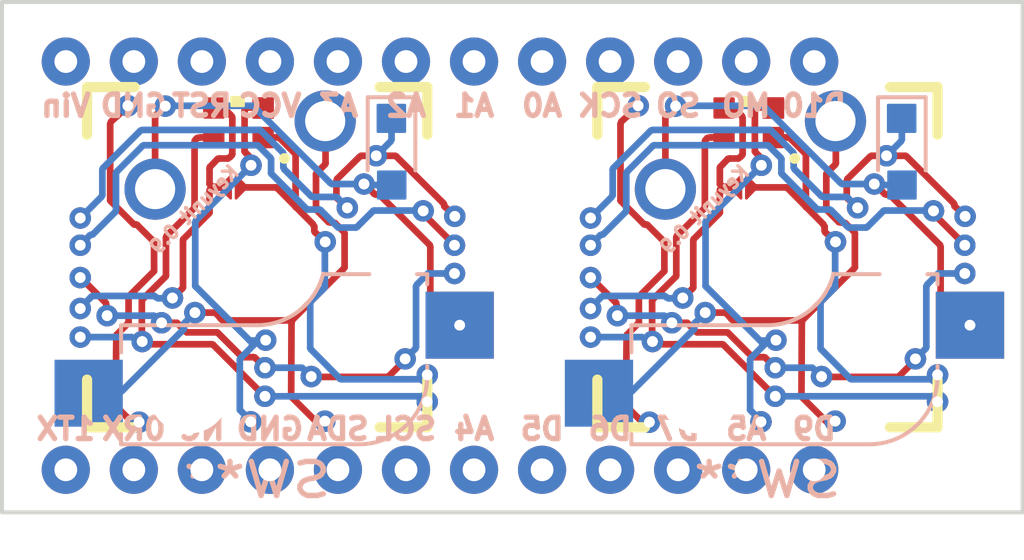
<source format=kicad_pcb>
(kicad_pcb (version 20171130) (host pcbnew "(5.1.5-0-10_14)")

  (general
    (thickness 1.6)
    (drawings 4)
    (tracks 0)
    (zones 0)
    (modules 3)
    (nets 1)
  )

  (page A4)
  (layers
    (0 F.Cu signal)
    (31 B.Cu signal)
    (32 B.Adhes user)
    (33 F.Adhes user)
    (34 B.Paste user)
    (35 F.Paste user)
    (36 B.SilkS user)
    (37 F.SilkS user)
    (38 B.Mask user)
    (39 F.Mask user)
    (40 Dwgs.User user)
    (41 Cmts.User user)
    (42 Eco1.User user)
    (43 Eco2.User user)
    (44 Edge.Cuts user)
    (45 Margin user)
    (46 B.CrtYd user)
    (47 F.CrtYd user)
    (48 B.Fab user)
    (49 F.Fab user)
  )

  (setup
    (last_trace_width 0.25)
    (trace_clearance 0.2)
    (zone_clearance 0.508)
    (zone_45_only no)
    (trace_min 0.2)
    (via_size 0.8)
    (via_drill 0.4)
    (via_min_size 0.4)
    (via_min_drill 0.3)
    (uvia_size 0.3)
    (uvia_drill 0.1)
    (uvias_allowed no)
    (uvia_min_size 0.2)
    (uvia_min_drill 0.1)
    (edge_width 0.15)
    (segment_width 0.2)
    (pcb_text_width 0.25)
    (pcb_text_size 1 1)
    (mod_edge_width 0.15)
    (mod_text_size 1 1)
    (mod_text_width 0.15)
    (pad_size 2.2 2.2)
    (pad_drill 2.2)
    (pad_to_mask_clearance 0.051)
    (solder_mask_min_width 0.25)
    (aux_axis_origin 146.7485 111.76)
    (grid_origin 146.7485 111.76)
    (visible_elements 7FFFFFFF)
    (pcbplotparams
      (layerselection 0x030f0_ffffffff)
      (usegerberextensions false)
      (usegerberattributes false)
      (usegerberadvancedattributes false)
      (creategerberjobfile false)
      (excludeedgelayer true)
      (linewidth 0.100000)
      (plotframeref false)
      (viasonmask false)
      (mode 1)
      (useauxorigin false)
      (hpglpennumber 1)
      (hpglpenspeed 20)
      (hpglpendiameter 15.000000)
      (psnegative false)
      (psa4output false)
      (plotreference true)
      (plotvalue true)
      (plotinvisibletext false)
      (padsonsilk false)
      (subtractmaskfromsilk false)
      (outputformat 1)
      (mirror false)
      (drillshape 0)
      (scaleselection 1)
      (outputdirectory "hkb43-0.9/"))
  )

  (net 0 "")

  (net_class Default "This is the default net class."
    (clearance 0.2)
    (trace_width 0.25)
    (via_dia 0.8)
    (via_drill 0.4)
    (uvia_dia 0.3)
    (uvia_drill 0.1)
  )

  (module HKB44:keyunit (layer F.Cu) (tedit 5EDB44D3) (tstamp 5EED0BE1)
    (at 156.2735 111.76)
    (fp_text reference SW** (at 0 8.3185) (layer B.SilkS)
      (effects (font (size 1.27 1.524) (thickness 0.2032)) (justify mirror))
    )
    (fp_text value SW (at 0 5.08) (layer F.SilkS) hide
      (effects (font (size 1.27 1.524) (thickness 0.2032)))
    )
    (fp_poly (pts (xy 5.5245 -2.1971) (xy 4.5212 -2.1971) (xy 4.5212 -3.1877) (xy 5.5245 -3.1877)) (layer B.Paste) (width 0.1))
    (fp_poly (pts (xy 5.5118 -4.6863) (xy 4.5085 -4.6863) (xy 4.5085 -5.6769) (xy 5.5118 -5.6769)) (layer B.Paste) (width 0.1))
    (fp_line (start 2.3749 -1.7526) (end 2.9718 -1.1557) (layer B.Cu) (width 0.25))
    (fp_line (start 2.3241 -1.778) (end 2.3749 -1.7526) (layer B.Cu) (width 0.25))
    (fp_line (start 1.8796 -1.778) (end 2.3241 -1.778) (layer B.Cu) (width 0.25))
    (fp_line (start 1.8415 -1.8034) (end 1.8796 -1.778) (layer B.Cu) (width 0.25))
    (fp_line (start 0.5461 -3.0988) (end 1.8415 -1.8034) (layer B.Cu) (width 0.25))
    (fp_line (start 0.5207 -3.1369) (end 0.5461 -3.0988) (layer B.Cu) (width 0.25))
    (fp_line (start 0.5207 -3.6576) (end 0.5207 -3.1369) (layer B.Cu) (width 0.25))
    (fp_line (start 0.4953 -3.7084) (end 0.5207 -3.6576) (layer B.Cu) (width 0.25))
    (fp_line (start 0.0381 -4.1656) (end 0.4953 -3.7084) (layer B.Cu) (width 0.25))
    (fp_line (start -0.0254 -4.1783) (end 0.0381 -4.1656) (layer B.Cu) (width 0.25))
    (fp_line (start 0.0889 -4.7498) (end -4.2799 -4.7498) (layer B.Cu) (width 0.25))
    (fp_line (start 0.1651 -4.699) (end 0.1016 -4.7498) (layer B.Cu) (width 0.25))
    (fp_line (start 0.9525 -3.9116) (end 0.1651 -4.699) (layer B.Cu) (width 0.25))
    (fp_line (start 0.9779 -3.8481) (end 0.9525 -3.9116) (layer B.Cu) (width 0.25))
    (fp_line (start 0.9779 -3.3528) (end 0.9779 -3.8481) (layer B.Cu) (width 0.25))
    (fp_line (start 1.016 -3.2766) (end 0.9779 -3.3528) (layer B.Cu) (width 0.25))
    (fp_line (start 2.0066 -2.286) (end 1.016 -3.2766) (layer B.Cu) (width 0.25))
    (fp_line (start 2.0447 -2.2606) (end 2.0066 -2.286) (layer B.Cu) (width 0.25))
    (fp_line (start 2.1209 -2.2479) (end 2.0447 -2.2606) (layer B.Cu) (width 0.25))
    (fp_line (start 2.9464 -2.2479) (end 2.1209 -2.2479) (layer B.Cu) (width 0.25))
    (fp_line (start 2.9972 -2.2225) (end 2.9464 -2.2479) (layer B.Cu) (width 0.25))
    (fp_line (start 3.1496 -2.0574) (end 2.9972 -2.2225) (layer B.Cu) (width 0.25))
    (fp_line (start 2.794 -2.7305) (end 3.6576 -2.7305) (layer B.Cu) (width 0.25))
    (fp_line (start 2.7305 -2.7686) (end 2.794 -2.7305) (layer B.Cu) (width 0.25))
    (fp_line (start -0.1397 -5.6388) (end 2.7305 -2.7686) (layer B.Cu) (width 0.25))
    (fp_line (start -0.2032 -5.6515) (end -0.1397 -5.6388) (layer B.Cu) (width 0.25))
    (fp_line (start -3.0734 -5.6515) (end -0.2032 -5.6515) (layer B.Cu) (width 0.25))
    (fp_line (start -4.2291 -4.1783) (end -0.0254 -4.1783) (layer B.Cu) (width 0.25))
    (fp_line (start -0.4572 -3.1877) (end -2.2606 -1.397) (layer B.Cu) (width 0.25))
    (fp_line (start -2.2733 -1.397) (end -2.3114 -1.3081) (layer B.Cu) (width 0.25))
    (fp_line (start -2.3114 -1.2827) (end -2.3114 1.0795) (layer B.Cu) (width 0.25))
    (fp_circle (center 7.56 2.54) (end 7.66 2.54) (layer F.Mask) (width 0.2))
    (fp_circle (center 7.56 2.54) (end 7.66 2.54) (layer B.Mask) (width 0.2))
    (fp_text user "Keyunit 0.9" (at -2.3495 -1.778 45) (layer B.SilkS)
      (effects (font (size 0.5 0.5) (thickness 0.125)) (justify mirror))
    )
    (fp_circle (center 1.016 -3.683) (end 1.116 -3.683) (layer F.SilkS) (width 0.2))
    (fp_poly (pts (xy -0.508 -5.6515) (xy -0.9525 -5.6515) (xy -0.9525 -5.969) (xy -0.508 -5.969)) (layer F.SilkS) (width 0.1))
    (fp_line (start 5.9055 -5.969) (end 5.9055 -3.2385) (layer B.SilkS) (width 0.15))
    (fp_line (start 4.1275 -5.969) (end 5.9055 -5.969) (layer B.SilkS) (width 0.15))
    (fp_line (start 4.1275 -3.2385) (end 4.1275 -5.969) (layer B.SilkS) (width 0.15))
    (fp_circle (center 5.08 -0.0055) (end 5.53 -0.0055) (layer B.Mask) (width 0.9))
    (fp_circle (center 0 -0.011) (end 1 -0.011) (layer B.Mask) (width 2))
    (fp_circle (center -5.08 0) (end -4.63 0) (layer B.Mask) (width 0.9))
    (fp_circle (center 0.3175 3.0988) (end 0.4175 3.0988) (layer F.Mask) (width 0.2))
    (fp_circle (center 0.3175 3.0988) (end 0.4175 3.0988) (layer B.Mask) (width 0.2))
    (fp_circle (center -4.826 -5.6531) (end -4.726 -5.6531) (layer F.Mask) (width 0.2))
    (fp_circle (center -4.826 -5.6515) (end -4.726 -5.6515) (layer B.Mask) (width 0.2))
    (fp_circle (center -3.429 -5.6388) (end -3.329 -5.6388) (layer B.Mask) (width 0.2))
    (fp_circle (center -3.429 -5.6388) (end -3.329 -5.6388) (layer F.Mask) (width 0.2))
    (fp_circle (center -0.227 -3.429) (end -0.127 -3.429) (layer B.Mask) (width 0.2))
    (fp_circle (center -0.227 -3.429) (end -0.127 -3.429) (layer F.Mask) (width 0.2))
    (fp_circle (center 2.54 -0.5715) (end 2.64 -0.5715) (layer B.Mask) (width 0.2))
    (fp_circle (center 2.54 -0.5715) (end 2.64 -0.5715) (layer F.Mask) (width 0.2))
    (fp_circle (center 3.3655 -1.8415) (end 3.4655 -1.8415) (layer B.Mask) (width 0.2))
    (fp_circle (center 3.3655 -1.8415) (end 3.4655 -1.8415) (layer F.Mask) (width 0.2))
    (fp_circle (center 3.9878 -2.7305) (end 4.0878 -2.7305) (layer B.Mask) (width 0.2))
    (fp_circle (center 3.9878 -2.7305) (end 4.0878 -2.7305) (layer F.Mask) (width 0.2))
    (fp_circle (center 4.445 -3.7846) (end 4.545 -3.7846) (layer B.Mask) (width 0.2))
    (fp_circle (center 4.445 -3.7846) (end 4.545 -3.7846) (layer F.Mask) (width 0.2))
    (fp_circle (center 6.1976 -1.7272) (end 6.2976 -1.7272) (layer B.Mask) (width 0.2))
    (fp_circle (center 6.1976 -1.7272) (end 6.2976 -1.7272) (layer F.Mask) (width 0.2))
    (fp_circle (center 7.3787 -1.524) (end 7.4787 -1.524) (layer B.Mask) (width 0.2))
    (fp_circle (center 7.3787 -1.524) (end 7.4787 -1.524) (layer F.Mask) (width 0.2))
    (fp_circle (center 7.3533 -0.4445) (end 7.4533 -0.4445) (layer B.Mask) (width 0.2))
    (fp_circle (center 7.3533 -0.4445) (end 7.4533 -0.4445) (layer F.Mask) (width 0.2))
    (fp_circle (center 7.366 0.5969) (end 7.466 0.5969) (layer B.Mask) (width 0.2))
    (fp_circle (center 7.366 0.5969) (end 7.466 0.5969) (layer F.Mask) (width 0.2))
    (fp_circle (center 5.5245 3.7973) (end 5.6245 3.7973) (layer B.Mask) (width 0.2))
    (fp_circle (center 5.5245 3.7973) (end 5.6245 3.7973) (layer F.Mask) (width 0.2))
    (fp_circle (center 6.35 4.3942) (end 6.45 4.3942) (layer B.Mask) (width 0.2))
    (fp_circle (center 6.35 4.3942) (end 6.45 4.3942) (layer F.Mask) (width 0.2))
    (fp_circle (center 6.3373 5.3975) (end 6.4373 5.3975) (layer F.Mask) (width 0.2))
    (fp_circle (center 6.3373 5.3975) (end 6.4373 5.3975) (layer B.Mask) (width 0.2))
    (fp_circle (center 0.2921 4.1402) (end 0.3921 4.1402) (layer F.Mask) (width 0.2))
    (fp_circle (center 0.2921 4.1402) (end 0.3921 4.1402) (layer B.Mask) (width 0.2))
    (fp_circle (center 2.0066 4.4577) (end 2.1066 4.4577) (layer F.Mask) (width 0.2))
    (fp_circle (center 2.0066 4.4577) (end 2.1066 4.4577) (layer B.Mask) (width 0.2))
    (fp_circle (center 2.5273 6.123) (end 2.6273 6.123) (layer F.Mask) (width 0.2))
    (fp_circle (center 2.5273 6.123) (end 2.6273 6.123) (layer B.Mask) (width 0.2))
    (fp_circle (center 0.2921 5.1943) (end 0.3921 5.1943) (layer F.Mask) (width 0.2))
    (fp_circle (center 0.2921 5.1943) (end 0.3921 5.1943) (layer B.Mask) (width 0.2))
    (fp_circle (center -0.2413 6.1484) (end -0.1413 6.1484) (layer F.Mask) (width 0.2))
    (fp_circle (center -0.2413 6.1484) (end -0.1413 6.1484) (layer B.Mask) (width 0.2))
    (fp_circle (center -4.4069 6.1595) (end -4.3069 6.1595) (layer F.Mask) (width 0.2))
    (fp_circle (center -4.4069 6.1595) (end -4.3069 6.1595) (layer B.Mask) (width 0.2))
    (fp_circle (center -2.3241 2.0574) (end -2.2241 2.0574) (layer F.Mask) (width 0.2))
    (fp_circle (center -2.3241 2.0574) (end -2.2241 2.0574) (layer B.Mask) (width 0.2))
    (fp_circle (center -3.1623 1.524) (end -3.0623 1.524) (layer F.Mask) (width 0.2))
    (fp_circle (center -3.1623 1.524) (end -3.0623 1.524) (layer B.Mask) (width 0.2))
    (fp_circle (center -3.5687 2.4511) (end -3.4687 2.4511) (layer F.Mask) (width 0.2))
    (fp_circle (center -3.5687 2.4511) (end -3.4687 2.4511) (layer B.Mask) (width 0.2))
    (fp_circle (center -4.2926 3.1496) (end -4.1926 3.1496) (layer F.Mask) (width 0.2))
    (fp_circle (center -4.2926 3.1496) (end -4.1926 3.1496) (layer B.Mask) (width 0.2))
    (fp_circle (center -5.6007 2.1844) (end -5.5007 2.1844) (layer F.Mask) (width 0.2))
    (fp_circle (center -5.6007 2.1844) (end -5.5007 2.1844) (layer B.Mask) (width 0.2))
    (fp_circle (center -6.604 2.9845) (end -6.504 2.9845) (layer B.Mask) (width 0.2))
    (fp_circle (center -6.604 2.9845) (end -6.504 2.9845) (layer F.Mask) (width 0.2))
    (fp_circle (center -6.604 1.905) (end -6.504 1.905) (layer B.Mask) (width 0.2))
    (fp_circle (center -6.604 1.905) (end -6.504 1.905) (layer F.Mask) (width 0.2))
    (fp_circle (center -6.604 0.762) (end -6.504 0.762) (layer B.Mask) (width 0.2))
    (fp_circle (center -6.604 0.762) (end -6.504 0.762) (layer F.Mask) (width 0.2))
    (fp_circle (center -6.604 -0.4445) (end -6.504 -0.4445) (layer B.Mask) (width 0.2))
    (fp_circle (center -6.604 -0.4445) (end -6.504 -0.4445) (layer F.Mask) (width 0.2))
    (fp_circle (center -6.604 -1.4605) (end -6.504 -1.4605) (layer B.Mask) (width 0.2))
    (fp_circle (center -6.604 -1.4605) (end -6.504 -1.4605) (layer F.Mask) (width 0.2))
    (fp_poly (pts (xy 0.5715 -5.2197) (xy -0.127 -5.2197) (xy -0.127 -5.9182) (xy 0.5715 -5.9182)) (layer F.Mask) (width 0.2))
    (fp_poly (pts (xy 0.5715 -4.1148) (xy -0.127 -4.1148) (xy -0.127 -4.8133) (xy 0.5715 -4.8133)) (layer F.Mask) (width 0.2))
    (fp_poly (pts (xy -1.27 -4.1148) (xy -1.9685 -4.1148) (xy -1.9685 -4.8133) (xy -1.27 -4.8133)) (layer F.Mask) (width 0.2))
    (fp_poly (pts (xy -1.27 -5.2197) (xy -1.9685 -5.2197) (xy -1.9685 -5.9182) (xy -1.27 -5.9182)) (layer F.Mask) (width 0.2))
    (fp_poly (pts (xy -0.381 -2.6162) (xy -0.7874 -2.1971) (xy -0.7874 -3.0226)) (layer F.Mask) (width 0.2))
    (fp_poly (pts (xy -1.397 -2.6035) (xy -0.9906 -3.0226) (xy -0.9906 -2.1971)) (layer F.Mask) (width 0.2))
    (fp_poly (pts (xy 5.5245 -2.1971) (xy 4.5212 -2.1971) (xy 4.5212 -3.1877) (xy 5.5245 -3.1877)) (layer B.Mask) (width 0.3))
    (fp_poly (pts (xy 5.5118 -4.6863) (xy 4.5085 -4.6863) (xy 4.5085 -5.6769) (xy 5.5118 -5.6769)) (layer B.Mask) (width 0.3))
    (fp_circle (center -2.552 5.08) (end -1.802 5.08) (layer F.Mask) (width 1.5))
    (fp_circle (center 3.81 2.5415) (end 4.56 2.5415) (layer F.Mask) (width 1.5))
    (fp_circle (center 0 -0.011) (end 1 -0.011) (layer F.Mask) (width 2))
    (fp_circle (center 5.08 -0.0055) (end 5.53 -0.0055) (layer F.Mask) (width 0.9))
    (fp_circle (center -5.08 0) (end -4.63 0) (layer F.Mask) (width 0.9))
    (fp_line (start -2.1082 -4.4704) (end -1.9685 -4.4704) (layer F.Cu) (width 0.25))
    (fp_line (start -2.2098 -4.4577) (end -2.1082 -4.4704) (layer F.Cu) (width 0.25))
    (fp_line (start -2.2606 -4.4323) (end -2.2098 -4.4577) (layer F.Cu) (width 0.25))
    (fp_line (start -2.3241 -4.3561) (end -2.2606 -4.4323) (layer F.Cu) (width 0.25))
    (fp_line (start -2.3368 -4.2926) (end -2.3241 -4.3561) (layer F.Cu) (width 0.25))
    (fp_line (start -2.3368 -1.8923) (end -2.3368 -4.2926) (layer F.Cu) (width 0.25))
    (fp_line (start -2.3495 -1.8288) (end -2.3368 -1.8923) (layer F.Cu) (width 0.25))
    (fp_line (start -3.3782 -0.8001) (end -2.3495 -1.8288) (layer F.Cu) (width 0.25))
    (fp_line (start -3.4036 -0.7366) (end -3.3782 -0.8001) (layer F.Cu) (width 0.25))
    (fp_line (start -3.4036 0.6731) (end -3.4036 -0.7366) (layer F.Cu) (width 0.25))
    (fp_line (start -3.4163 0.7239) (end -3.4036 0.6731) (layer F.Cu) (width 0.25))
    (fp_line (start -4.2672 1.5621) (end -3.4163 0.7239) (layer F.Cu) (width 0.25))
    (fp_line (start -4.3053 1.6383) (end -4.2672 1.5621) (layer F.Cu) (width 0.25))
    (fp_line (start -4.3053 2.8448) (end -4.3053 1.6383) (layer F.Cu) (width 0.25))
    (fp_line (start -0.1778 3.175) (end -0.2032 3.3274) (layer B.Cu) (width 0.25))
    (fp_line (start -0.2794 3.1115) (end -0.1778 3.175) (layer B.Cu) (width 0.25))
    (fp_line (start -0.5969 5.7531) (end -0.4699 5.8801) (layer B.Cu) (width 0.25))
    (fp_line (start -0.6477 5.7023) (end -0.5969 5.7531) (layer B.Cu) (width 0.25))
    (fp_line (start -0.6477 3.8227) (end -0.6477 5.6896) (layer B.Cu) (width 0.25))
    (fp_line (start -0.5969 3.7465) (end -0.6477 3.8227) (layer B.Cu) (width 0.25))
    (fp_line (start 0.0381 3.1115) (end -0.5969 3.7465) (layer B.Cu) (width 0.25))
    (fp_line (start -0.2794 3.1115) (end 0.0381 3.1115) (layer B.Cu) (width 0.25))
    (fp_line (start -2.2606 1.1303) (end -0.2794 3.1115) (layer B.Cu) (width 0.25))
    (fp_line (start -2.3114 1.0795) (end -2.2606 1.1303) (layer B.Cu) (width 0.25))
    (fp_line (start 6.0833 5.1943) (end 6.1341 5.2324) (layer B.Cu) (width 0.25))
    (fp_line (start 0.5969 5.1943) (end 6.0833 5.1943) (layer B.Cu) (width 0.25))
    (fp_line (start 1.7018 4.1529) (end 1.7907 4.2418) (layer B.Cu) (width 0.25))
    (fp_line (start 1.6637 4.1275) (end 1.7018 4.1529) (layer B.Cu) (width 0.25))
    (fp_line (start 0.6096 4.1275) (end 1.6637 4.1275) (layer B.Cu) (width 0.25))
    (fp_line (start 3.1623 4.5593) (end 6.096 4.5593) (layer B.Cu) (width 0.25))
    (fp_line (start 3.0988 4.5466) (end 3.1623 4.5593) (layer B.Cu) (width 0.25))
    (fp_line (start 2.0066 3.4417) (end 3.0988 4.5466) (layer B.Cu) (width 0.25))
    (fp_line (start 1.9812 3.3909) (end 2.0066 3.4417) (layer B.Cu) (width 0.25))
    (fp_line (start 1.9812 1.7018) (end 1.9812 3.3909) (layer B.Cu) (width 0.25))
    (fp_line (start 2.0066 1.651) (end 1.9812 1.7018) (layer B.Cu) (width 0.25))
    (fp_line (start 2.5019 1.1557) (end 2.0066 1.651) (layer B.Cu) (width 0.25))
    (fp_line (start 2.5273 1.1049) (end 2.5019 1.1557) (layer B.Cu) (width 0.25))
    (fp_line (start 2.5273 -0.254) (end 2.5273 1.1049) (layer B.Cu) (width 0.25))
    (fp_line (start -2.7432 2.6924) (end -5.0546 5.0038) (layer B.Cu) (width 0.25))
    (fp_line (start -2.7305 2.6162) (end -2.7432 2.6924) (layer B.Cu) (width 0.25))
    (fp_line (start -2.7432 2.5146) (end -2.7305 2.6162) (layer B.Cu) (width 0.25))
    (fp_line (start -2.7178 2.5019) (end -2.7432 2.5146) (layer B.Cu) (width 0.25))
    (fp_line (start -2.7178 2.4638) (end -2.7178 2.5019) (layer B.Cu) (width 0.25))
    (fp_line (start -2.5527 2.2987) (end -2.7178 2.4638) (layer B.Cu) (width 0.25))
    (fp_line (start -4.6863 2.9845) (end -4.5593 3.048) (layer B.Cu) (width 0.25))
    (fp_line (start -6.2865 2.9845) (end -4.6863 2.9845) (layer B.Cu) (width 0.25))
    (fp_line (start -3.81 2.2098) (end -3.7719 2.2352) (layer B.Cu) (width 0.25))
    (fp_line (start -3.8608 2.1844) (end -3.81 2.2098) (layer B.Cu) (width 0.25))
    (fp_line (start -5.2959 2.1844) (end -3.8608 2.1844) (layer B.Cu) (width 0.25))
    (fp_line (start -3.6957 1.5367) (end -3.4544 1.5367) (layer B.Cu) (width 0.25))
    (fp_line (start -3.7719 1.4986) (end -3.6957 1.5367) (layer B.Cu) (width 0.25))
    (fp_line (start -3.8354 1.4478) (end -3.7719 1.4986) (layer B.Cu) (width 0.25))
    (fp_line (start -6.1214 1.4478) (end -3.8354 1.4478) (layer B.Cu) (width 0.25))
    (fp_line (start -6.1849 1.4732) (end -6.1214 1.4478) (layer B.Cu) (width 0.25))
    (fp_line (start -6.3754 1.6637) (end -6.1849 1.4732) (layer B.Cu) (width 0.25))
    (fp_poly (pts (xy 5.5245 -2.1971) (xy 4.5212 -2.1971) (xy 4.5212 -3.1877) (xy 5.5245 -3.1877)) (layer B.Cu) (width 0.1))
    (fp_poly (pts (xy 5.5118 -4.6863) (xy 4.5085 -4.6863) (xy 4.5085 -5.6769) (xy 5.5118 -5.6769)) (layer B.Cu) (width 0.1))
    (fp_line (start 4.3688 -1.7399) (end 5.8674 -1.7399) (layer B.Cu) (width 0.25))
    (fp_line (start 4.3307 -1.7272) (end 4.3688 -1.7399) (layer B.Cu) (width 0.25))
    (fp_line (start 3.7338 -1.1303) (end 4.3307 -1.7272) (layer B.Cu) (width 0.25))
    (fp_line (start 3.683 -1.1049) (end 3.7338 -1.1303) (layer B.Cu) (width 0.25))
    (fp_line (start 3.0353 -1.1049) (end 3.683 -1.1049) (layer B.Cu) (width 0.25))
    (fp_line (start 2.9845 -1.143) (end 3.0353 -1.1049) (layer B.Cu) (width 0.25))
    (fp_line (start -4.2799 -4.1529) (end -4.2291 -4.1783) (layer B.Cu) (width 0.25))
    (fp_line (start -5.2324 -3.2004) (end -4.2799 -4.1529) (layer B.Cu) (width 0.25))
    (fp_line (start -5.2705 -3.1369) (end -5.2324 -3.2004) (layer B.Cu) (width 0.25))
    (fp_line (start -5.2705 -1.7399) (end -5.2705 -3.1369) (layer B.Cu) (width 0.25))
    (fp_line (start -5.3086 -1.6764) (end -5.2705 -1.7399) (layer B.Cu) (width 0.25))
    (fp_line (start -6.1341 -0.8509) (end -5.3086 -1.6764) (layer B.Cu) (width 0.25))
    (fp_line (start -6.1976 -0.8382) (end -6.1341 -0.8509) (layer B.Cu) (width 0.25))
    (fp_line (start -6.2484 -0.8128) (end -6.1976 -0.8382) (layer B.Cu) (width 0.25))
    (fp_line (start -6.3881 -0.6731) (end -6.2484 -0.8128) (layer B.Cu) (width 0.25))
    (fp_line (start 6.4262 0.6096) (end 7.0866 0.6096) (layer B.Cu) (width 0.25))
    (fp_line (start 6.3754 0.6096) (end 6.4262 0.6096) (layer B.Cu) (width 0.25))
    (fp_line (start 5.969 1.016) (end 6.3754 0.6096) (layer B.Cu) (width 0.25))
    (fp_line (start 5.9309 1.0922) (end 5.969 1.016) (layer B.Cu) (width 0.25))
    (fp_line (start 5.9309 3.3528) (end 5.9309 1.0922) (layer B.Cu) (width 0.25))
    (fp_line (start 5.9055 3.4163) (end 5.9309 3.3528) (layer B.Cu) (width 0.25))
    (fp_line (start 5.7531 3.5687) (end 5.9055 3.4163) (layer B.Cu) (width 0.25))
    (fp_line (start 4.2672 -2.6924) (end 4.7752 -2.6924) (layer B.Cu) (width 0.25))
    (fp_line (start 5.0165 -4.3942) (end 5.0165 -4.7117) (layer B.Cu) (width 0.25))
    (fp_line (start 4.9784 -4.318) (end 5.0165 -4.3942) (layer B.Cu) (width 0.25))
    (fp_line (start 4.6609 -4.0005) (end 4.9784 -4.318) (layer B.Cu) (width 0.25))
    (fp_line (start -4.3688 -4.7117) (end -4.3307 -4.7371) (layer B.Cu) (width 0.25))
    (fp_line (start -5.7531 -3.3274) (end -4.3688 -4.7117) (layer B.Cu) (width 0.25))
    (fp_line (start -5.7785 -3.2639) (end -5.7531 -3.3274) (layer B.Cu) (width 0.25))
    (fp_line (start -5.7785 -2.3114) (end -5.7785 -3.2639) (layer B.Cu) (width 0.25))
    (fp_line (start -5.8293 -2.2352) (end -5.7785 -2.3114) (layer B.Cu) (width 0.25))
    (fp_line (start -6.3754 -1.6891) (end -5.8293 -2.2352) (layer B.Cu) (width 0.25))
    (fp_line (start 2.5527 -3.5052) (end 2.5527 -4.0005) (layer F.Cu) (width 0.25))
    (fp_line (start 2.5273 -3.4544) (end 2.5527 -3.5052) (layer F.Cu) (width 0.25))
    (fp_line (start 2.2225 -3.1496) (end 2.5273 -3.4544) (layer F.Cu) (width 0.25))
    (fp_line (start 2.1971 -3.0988) (end 2.2225 -3.1496) (layer F.Cu) (width 0.25))
    (fp_line (start 2.1971 -1.8034) (end 2.1971 -3.0988) (layer F.Cu) (width 0.25))
    (fp_line (start 2.2225 -1.7526) (end 2.1971 -1.8034) (layer F.Cu) (width 0.25))
    (fp_line (start 2.667 -1.3081) (end 2.2225 -1.7526) (layer F.Cu) (width 0.25))
    (fp_line (start 2.7305 -1.2954) (end 2.667 -1.3081) (layer F.Cu) (width 0.25))
    (fp_line (start 2.8067 -1.2954) (end 2.7305 -1.2954) (layer F.Cu) (width 0.25))
    (fp_line (start 2.8702 -1.2827) (end 2.8067 -1.2954) (layer F.Cu) (width 0.25))
    (fp_line (start 2.9083 -1.27) (end 2.8702 -1.2827) (layer F.Cu) (width 0.25))
    (fp_line (start 3.2512 -0.9271) (end 2.9083 -1.27) (layer F.Cu) (width 0.25))
    (fp_line (start 3.2639 -0.8763) (end 3.2512 -0.9271) (layer F.Cu) (width 0.25))
    (fp_line (start 3.2639 0.381) (end 3.2639 -0.8763) (layer F.Cu) (width 0.25))
    (fp_line (start 3.2258 0.4318) (end 3.2639 0.381) (layer F.Cu) (width 0.25))
    (fp_line (start 1.3335 2.3241) (end 3.2258 0.4318) (layer F.Cu) (width 0.25))
    (fp_line (start 1.2954 2.3876) (end 1.3335 2.3241) (layer F.Cu) (width 0.25))
    (fp_line (start 1.2827 2.4511) (end 1.2954 2.3876) (layer F.Cu) (width 0.25))
    (fp_line (start 1.27 5.1689) (end 1.2827 2.4511) (layer F.Cu) (width 0.25))
    (fp_line (start 1.2827 5.207) (end 1.27 5.1689) (layer F.Cu) (width 0.25))
    (fp_line (start 1.3081 5.2451) (end 1.2827 5.207) (layer F.Cu) (width 0.25))
    (fp_line (start 2.3114 6.2484) (end 1.3081 5.2451) (layer F.Cu) (width 0.25))
    (fp_line (start -1.2827 2.3622) (end 1.27 2.3622) (layer F.Cu) (width 0.25))
    (fp_line (start -1.3462 2.3114) (end -1.2827 2.3622) (layer F.Cu) (width 0.25))
    (fp_line (start -1.5113 2.1209) (end -1.3462 2.3114) (layer F.Cu) (width 0.25))
    (fp_line (start -1.5875 2.0701) (end -1.5113 2.1209) (layer F.Cu) (width 0.25))
    (fp_line (start -1.9685 2.0701) (end -1.5875 2.0701) (layer F.Cu) (width 0.25))
    (fp_line (start 2.159 -0.9271) (end 2.2733 -0.8255) (layer F.Cu) (width 0.25))
    (fp_line (start 2.1336 -0.9779) (end 2.159 -0.9271) (layer F.Cu) (width 0.25))
    (fp_line (start 2.1336 -1.0795) (end 2.1336 -0.9779) (layer F.Cu) (width 0.25))
    (fp_line (start 2.1336 -1.143) (end 2.1336 -1.0795) (layer F.Cu) (width 0.25))
    (fp_line (start 2.0828 -1.2192) (end 2.1336 -1.143) (layer F.Cu) (width 0.25))
    (fp_line (start 0.762 -2.5654) (end 2.0828 -1.2319) (layer F.Cu) (width 0.25))
    (fp_line (start 0.6985 -2.6035) (end 0.762 -2.5654) (layer F.Cu) (width 0.25))
    (fp_line (start -0.4318 -2.6035) (end 0.6985 -2.6035) (layer F.Cu) (width 0.25))
    (fp_line (start 1.4351 -3.8227) (end 1.4351 -1.8669) (layer F.Cu) (width 0.25))
    (fp_line (start 1.397 -3.8862) (end 1.4351 -3.8227) (layer F.Cu) (width 0.25))
    (fp_line (start 0.8255 -4.4577) (end 1.397 -3.8862) (layer F.Cu) (width 0.25))
    (fp_line (start 0.762 -4.4704) (end 0.8255 -4.4577) (layer F.Cu) (width 0.25))
    (fp_line (start 0.5715 -4.4704) (end 0.762 -4.4704) (layer F.Cu) (width 0.25))
    (fp_line (start 4.3688 -2.3622) (end 4.2418 -2.5019) (layer F.Cu) (width 0.25))
    (fp_line (start 4.4323 -2.3368) (end 4.3688 -2.3622) (layer F.Cu) (width 0.25))
    (fp_line (start 4.5339 -2.3368) (end 4.4323 -2.3368) (layer F.Cu) (width 0.25))
    (fp_line (start 4.572 -2.3241) (end 4.5339 -2.3368) (layer F.Cu) (width 0.25))
    (fp_line (start 6.4389 -0.4572) (end 4.572 -2.3241) (layer F.Cu) (width 0.25))
    (fp_line (start 6.4643 -0.381) (end 6.4389 -0.4572) (layer F.Cu) (width 0.25))
    (fp_line (start 6.4643 1.4224) (end 6.4643 -0.381) (layer F.Cu) (width 0.25))
    (fp_line (start 6.5024 1.4986) (end 6.4643 1.4224) (layer F.Cu) (width 0.25))
    (fp_line (start 7.3152 2.3114) (end 6.5024 1.4986) (layer F.Cu) (width 0.25))
    (fp_line (start 5.1435 -3.7846) (end 4.8006 -3.7846) (layer F.Cu) (width 0.25))
    (fp_line (start 5.1943 -3.7592) (end 5.1435 -3.7846) (layer F.Cu) (width 0.25))
    (fp_line (start 6.9342 -2.032) (end 5.1943 -3.7592) (layer F.Cu) (width 0.25))
    (fp_line (start 6.9723 -1.9812) (end 6.9342 -2.032) (layer F.Cu) (width 0.25))
    (fp_line (start 6.985 -1.905) (end 6.9723 -1.9812) (layer F.Cu) (width 0.25))
    (fp_line (start 7.0104 -1.8796) (end 6.985 -1.905) (layer F.Cu) (width 0.25))
    (fp_line (start 7.1628 -1.7399) (end 7.0104 -1.8796) (layer F.Cu) (width 0.25))
    (fp_line (start 6.3627 -1.4605) (end 7.1247 -0.6985) (layer F.Cu) (width 0.25))
    (fp_line (start 4.9276 4.4323) (end 5.2959 4.064) (layer F.Cu) (width 0.25))
    (fp_line (start 4.8768 4.4704) (end 4.9276 4.4323) (layer F.Cu) (width 0.25))
    (fp_line (start 2.3114 4.4704) (end 4.8768 4.4704) (layer F.Cu) (width 0.25))
    (fp_line (start -0.0889 3.7465) (end 0.0254 3.8608) (layer F.Cu) (width 0.25))
    (fp_line (start -0.1397 3.7338) (end -0.0889 3.7465) (layer F.Cu) (width 0.25))
    (fp_line (start -0.508 3.7338) (end -0.1397 3.7338) (layer F.Cu) (width 0.25))
    (fp_line (start -0.5715 3.7211) (end -0.508 3.7338) (layer F.Cu) (width 0.25))
    (fp_line (start -1.4605 2.8321) (end -0.5715 3.7211) (layer F.Cu) (width 0.25))
    (fp_line (start -1.4986 2.8067) (end -1.4605 2.8321) (layer F.Cu) (width 0.25))
    (fp_line (start -2.6289 2.8067) (end -1.4986 2.8067) (layer F.Cu) (width 0.25))
    (fp_line (start -2.6797 2.7686) (end -2.6289 2.8067) (layer F.Cu) (width 0.25))
    (fp_line (start -2.9718 2.4765) (end -2.6797 2.7686) (layer F.Cu) (width 0.25))
    (fp_line (start -2.9972 2.4511) (end -2.9718 2.4765) (layer F.Cu) (width 0.25))
    (fp_line (start -3.2639 2.4511) (end -2.9972 2.4511) (layer F.Cu) (width 0.25))
    (fp_line (start -1.651 3.2639) (end 0.0381 4.953) (layer F.Cu) (width 0.25))
    (fp_line (start -1.7145 3.2512) (end -1.651 3.2639) (layer F.Cu) (width 0.25))
    (fp_line (start -3.9878 3.2512) (end -1.7145 3.2512) (layer F.Cu) (width 0.25))
    (fp_line (start 3.8862 -3.7846) (end 4.0894 -3.7846) (layer F.Cu) (width 0.25))
    (fp_line (start 3.8227 -3.7465) (end 3.8862 -3.7846) (layer F.Cu) (width 0.25))
    (fp_line (start 2.9845 -2.921) (end 3.8227 -3.7465) (layer F.Cu) (width 0.25))
    (fp_line (start 2.9591 -2.8321) (end 2.9845 -2.921) (layer F.Cu) (width 0.25))
    (fp_line (start 2.9591 -2.2479) (end 2.9591 -2.8321) (layer F.Cu) (width 0.25))
    (fp_line (start 2.9845 -2.1971) (end 2.9591 -2.2479) (layer F.Cu) (width 0.25))
    (fp_line (start 3.1369 -2.0574) (end 2.9845 -2.1971) (layer F.Cu) (width 0.25))
    (fp_line (start -2.794 1.1684) (end -2.9083 1.2827) (layer F.Cu) (width 0.25))
    (fp_line (start -2.7686 1.1303) (end -2.794 1.1684) (layer F.Cu) (width 0.25))
    (fp_line (start -2.7686 -0.6223) (end -2.7686 1.1303) (layer F.Cu) (width 0.25))
    (fp_line (start -2.7559 -0.6731) (end -2.7686 -0.6223) (layer F.Cu) (width 0.25))
    (fp_line (start -1.8034 -1.6256) (end -2.7559 -0.6731) (layer F.Cu) (width 0.25))
    (fp_line (start -1.778 -1.6637) (end -1.8034 -1.6256) (layer F.Cu) (width 0.25))
    (fp_line (start -1.778 -2.4511) (end -1.778 -1.6637) (layer F.Cu) (width 0.25))
    (fp_line (start -1.7653 -2.5273) (end -1.778 -2.4511) (layer F.Cu) (width 0.25))
    (fp_line (start -1.7018 -2.5908) (end -1.7653 -2.5273) (layer F.Cu) (width 0.25))
    (fp_line (start -1.3589 -2.5908) (end -1.7018 -2.5908) (layer F.Cu) (width 0.25))
    (fp_line (start -1.3462 -2.6289) (end -1.3589 -2.5908) (layer F.Cu) (width 0.25))
    (fp_line (start -1.6764 -2.6289) (end -1.3462 -2.6289) (layer F.Cu) (width 0.25))
    (fp_line (start -1.7399 -2.6924) (end -1.6764 -2.6289) (layer F.Cu) (width 0.25))
    (fp_line (start -1.778 -2.7305) (end -1.7399 -2.6924) (layer F.Cu) (width 0.25))
    (fp_line (start -1.778 -3.3147) (end -1.778 -2.7305) (layer F.Cu) (width 0.25))
    (fp_line (start -1.7653 -3.3655) (end -1.778 -3.3147) (layer F.Cu) (width 0.25))
    (fp_line (start -1.4732 -3.6703) (end -1.7653 -3.3655) (layer F.Cu) (width 0.25))
    (fp_line (start -1.4097 -3.683) (end -1.4732 -3.6703) (layer F.Cu) (width 0.25))
    (fp_line (start -1.0922 -3.683) (end -1.4097 -3.683) (layer F.Cu) (width 0.25))
    (fp_line (start -1.016 -3.7338) (end -1.0922 -3.683) (layer F.Cu) (width 0.25))
    (fp_line (start -0.9525 -3.7973) (end -1.016 -3.7338) (layer F.Cu) (width 0.25))
    (fp_line (start -0.9271 -3.8481) (end -0.9525 -3.7973) (layer F.Cu) (width 0.25))
    (fp_line (start -0.9271 -5.1816) (end -0.9271 -3.8481) (layer F.Cu) (width 0.25))
    (fp_line (start -0.9398 -5.2451) (end -0.9271 -5.1816) (layer F.Cu) (width 0.25))
    (fp_line (start -0.9906 -5.3086) (end -0.9398 -5.2451) (layer F.Cu) (width 0.25))
    (fp_line (start -1.2065 -5.5245) (end -0.9906 -5.3086) (layer F.Cu) (width 0.25))
    (fp_line (start -1.3335 -5.588) (end -1.2065 -5.5245) (layer F.Cu) (width 0.25))
    (fp_line (start -0.4318 -3.8989) (end -0.1905 -3.6576) (layer F.Cu) (width 0.25))
    (fp_line (start -0.4699 -3.9497) (end -0.4318 -3.8989) (layer F.Cu) (width 0.25))
    (fp_line (start -0.4699 -5.4483) (end -0.4699 -3.9497) (layer F.Cu) (width 0.25))
    (fp_line (start -0.4572 -5.5118) (end -0.4699 -5.4483) (layer F.Cu) (width 0.25))
    (fp_line (start -0.4064 -5.5626) (end -0.4572 -5.5118) (layer F.Cu) (width 0.25))
    (fp_line (start -0.3556 -5.588) (end -0.4064 -5.5626) (layer F.Cu) (width 0.25))
    (fp_line (start -0.0381 -5.588) (end -0.3556 -5.588) (layer F.Cu) (width 0.25))
    (fp_line (start -5.6515 1.7018) (end -5.6261 1.8034) (layer F.Cu) (width 0.25))
    (fp_line (start -5.7023 1.651) (end -5.6515 1.7018) (layer F.Cu) (width 0.25))
    (fp_line (start -6.3754 0.9779) (end -5.7023 1.651) (layer F.Cu) (width 0.25))
    (fp_line (start -5.2324 5.6007) (end -4.7244 6.1087) (layer F.Cu) (width 0.25))
    (fp_line (start -5.2832 5.5245) (end -5.2578 5.5753) (layer F.Cu) (width 0.25))
    (fp_line (start -5.2578 2.9464) (end -5.2832 5.4864) (layer F.Cu) (width 0.25))
    (fp_line (start -5.2451 2.8956) (end -5.2578 2.9464) (layer F.Cu) (width 0.25))
    (fp_line (start -4.826 2.4765) (end -5.2451 2.8956) (layer F.Cu) (width 0.25))
    (fp_line (start -4.8006 2.4384) (end -4.826 2.4765) (layer F.Cu) (width 0.25))
    (fp_line (start -4.8006 1.5113) (end -4.8006 2.4384) (layer F.Cu) (width 0.25))
    (fp_line (start -4.7752 1.4478) (end -4.8006 1.5113) (layer F.Cu) (width 0.25))
    (fp_line (start -3.8735 0.5461) (end -4.7752 1.4478) (layer F.Cu) (width 0.25))
    (fp_line (start -3.8481 0.5207) (end -3.8735 0.5461) (layer F.Cu) (width 0.25))
    (fp_line (start -3.8481 -0.5588) (end -3.8481 0.5207) (layer F.Cu) (width 0.25))
    (fp_line (start -3.8862 -0.6096) (end -3.8481 -0.5588) (layer F.Cu) (width 0.25))
    (fp_line (start -4.4831 -1.2065) (end -3.8862 -0.6096) (layer F.Cu) (width 0.25))
    (fp_line (start -4.5212 -1.2192) (end -4.4831 -1.2065) (layer F.Cu) (width 0.25))
    (fp_line (start -4.5847 -1.2192) (end -4.5212 -1.2192) (layer F.Cu) (width 0.25))
    (fp_line (start -4.6101 -1.2319) (end -4.5847 -1.2192) (layer F.Cu) (width 0.25))
    (fp_line (start -5.461 -2.0828) (end -4.6101 -1.2319) (layer F.Cu) (width 0.25))
    (fp_line (start -5.4864 -2.1209) (end -5.461 -2.0828) (layer F.Cu) (width 0.25))
    (fp_line (start -5.4864 -4.953) (end -5.4864 -2.1209) (layer F.Cu) (width 0.25))
    (fp_line (start -5.461 -5.0419) (end -5.4864 -4.9784) (layer F.Cu) (width 0.25))
    (fp_line (start -5.08 -5.3975) (end -5.4483 -5.0673) (layer F.Cu) (width 0.25))
    (fp_line (start -3.7846 -5.2959) (end -3.683 -5.3975) (layer F.Cu) (width 0.25))
    (fp_line (start -3.81 -5.2578) (end -3.7846 -5.2959) (layer F.Cu) (width 0.25))
    (fp_line (start -3.81 -3.556) (end -3.81 -5.2578) (layer F.Cu) (width 0.25))
    (fp_poly (pts (xy -1.397 -2.6035) (xy -0.9906 -3.0226) (xy -0.9906 -2.1971)) (layer F.Cu) (width 0.1))
    (fp_poly (pts (xy -0.381 -2.6162) (xy -0.7874 -2.1971) (xy -0.7874 -3.0226)) (layer F.Cu) (width 0.1))
    (fp_poly (pts (xy 0.5715 -5.2197) (xy -0.127 -5.2197) (xy -0.127 -5.9182) (xy 0.5715 -5.9182)) (layer F.Cu) (width 0.1))
    (fp_poly (pts (xy 0.5715 -4.1148) (xy -0.127 -4.1148) (xy -0.127 -4.8133) (xy 0.5715 -4.8133)) (layer F.Cu) (width 0.1))
    (fp_poly (pts (xy -1.27 -4.1148) (xy -1.9685 -4.1148) (xy -1.9685 -4.8133) (xy -1.27 -4.8133)) (layer F.Cu) (width 0.1))
    (fp_poly (pts (xy -1.27 -5.2197) (xy -1.9685 -5.2197) (xy -1.9685 -5.9182) (xy -1.27 -5.9182)) (layer F.Cu) (width 0.1))
    (fp_arc (start 3.81 4.445) (end 3.81 6.985) (angle -90) (layer B.SilkS) (width 0.15))
    (fp_arc (start 0 0) (end 0 2.54) (angle -75.96375653) (layer B.SilkS) (width 0.15))
    (fp_line (start 6.35 4.445) (end 6.35 4.064) (layer B.SilkS) (width 0.15))
    (fp_line (start 6.35 1.016) (end 6.35 0.635) (layer B.SilkS) (width 0.15))
    (fp_line (start 6.35 0.635) (end 5.969 0.635) (layer B.SilkS) (width 0.15))
    (fp_line (start 4.191 0.635) (end 2.54 0.635) (layer B.SilkS) (width 0.15))
    (fp_line (start 0 2.54) (end -5.08 2.54) (layer B.SilkS) (width 0.15))
    (fp_line (start -5.08 2.54) (end -5.08 3.556) (layer B.SilkS) (width 0.15))
    (fp_line (start -5.08 6.604) (end -5.08 6.985) (layer B.SilkS) (width 0.15))
    (fp_line (start -5.08 6.985) (end 3.81 6.985) (layer B.SilkS) (width 0.15))
    (fp_arc (start 3.81 4.445) (end 3.81 6.985) (angle -90) (layer B.Fab) (width 0.12))
    (fp_arc (start 0 0) (end 0 2.54) (angle -75.96375653) (layer B.Fab) (width 0.12))
    (fp_line (start 6.35 4.445) (end 6.35 0.635) (layer B.Fab) (width 0.12))
    (fp_line (start 6.35 0.635) (end 2.54 0.635) (layer B.Fab) (width 0.12))
    (fp_line (start 0 2.54) (end -5.08 2.54) (layer B.Fab) (width 0.12))
    (fp_line (start -5.08 2.54) (end -5.08 6.985) (layer B.Fab) (width 0.12))
    (fp_line (start -5.08 6.985) (end 3.81 6.985) (layer B.Fab) (width 0.12))
    (fp_line (start 6.35 3.81) (end 8.89 3.81) (layer B.Fab) (width 0.12))
    (fp_line (start 8.89 3.81) (end 8.89 1.27) (layer B.Fab) (width 0.12))
    (fp_line (start 8.89 1.27) (end 6.35 1.27) (layer B.Fab) (width 0.12))
    (fp_line (start -5.08 3.81) (end -7.62 3.81) (layer B.Fab) (width 0.12))
    (fp_line (start -7.62 3.81) (end -7.62 6.35) (layer B.Fab) (width 0.12))
    (fp_line (start -7.62 6.35) (end -5.08 6.35) (layer B.Fab) (width 0.12))
    (fp_text user 1.00u (at -5.715 8.255) (layer Dwgs.User)
      (effects (font (size 1.524 1.524) (thickness 0.3048)))
    )
    (fp_line (start -6.35 -6.35) (end 6.35 -6.35) (layer Cmts.User) (width 0.1524))
    (fp_line (start 6.35 -6.35) (end 6.35 6.35) (layer Cmts.User) (width 0.1524))
    (fp_line (start 6.35 6.35) (end -6.35 6.35) (layer Cmts.User) (width 0.1524))
    (fp_line (start -6.35 6.35) (end -6.35 -6.35) (layer Cmts.User) (width 0.1524))
    (fp_line (start -9.398 -9.398) (end 9.398 -9.398) (layer Dwgs.User) (width 0.1524))
    (fp_line (start 9.398 -9.398) (end 9.398 9.398) (layer Dwgs.User) (width 0.1524))
    (fp_line (start 9.398 9.398) (end -9.398 9.398) (layer Dwgs.User) (width 0.1524))
    (fp_line (start -9.398 9.398) (end -9.398 -9.398) (layer Dwgs.User) (width 0.1524))
    (fp_line (start -6.35 -6.35) (end -4.572 -6.35) (layer F.SilkS) (width 0.381))
    (fp_line (start 4.572 -6.35) (end 6.35 -6.35) (layer F.SilkS) (width 0.381))
    (fp_line (start 6.35 -6.35) (end 6.35 -4.572) (layer F.SilkS) (width 0.381))
    (fp_line (start 6.35 4.572) (end 6.35 6.35) (layer F.SilkS) (width 0.381))
    (fp_line (start 6.35 6.35) (end 4.572 6.35) (layer F.SilkS) (width 0.381))
    (fp_line (start -4.572 6.35) (end -6.35 6.35) (layer F.SilkS) (width 0.381))
    (fp_line (start -6.35 6.35) (end -6.35 4.572) (layer F.SilkS) (width 0.381))
    (fp_line (start -6.35 -4.572) (end -6.35 -6.35) (layer F.SilkS) (width 0.381))
    (fp_line (start -6.985 -6.985) (end 6.985 -6.985) (layer Eco2.User) (width 0.1524))
    (fp_line (start 6.985 -6.985) (end 6.985 6.985) (layer Eco2.User) (width 0.1524))
    (fp_line (start 6.985 6.985) (end -6.985 6.985) (layer Eco2.User) (width 0.1524))
    (fp_line (start -6.985 6.985) (end -6.985 -6.985) (layer Eco2.User) (width 0.1524))
    (pad 2 thru_hole circle (at 7.56 2.54) (size 0.8 0.8) (drill 0.4) (layers F.Cu))
    (pad 9 thru_hole circle (at -0.2413 6.1468) (size 0.8 0.8) (drill 0.4) (layers B.Cu))
    (pad 15 thru_hole circle (at 7.3787 -1.524) (size 0.8 0.8) (drill 0.4) (layers B.Cu))
    (pad 14 thru_hole circle (at 7.366 -0.4445) (size 0.8 0.8) (drill 0.4) (layers B.Cu))
    (pad 13 thru_hole circle (at 7.366 0.6096) (size 0.8 0.8) (drill 0.4) (layers B.Cu))
    (pad 12 thru_hole circle (at 6.35 4.3942) (size 0.8 0.8) (drill 0.4) (layers B.Cu))
    (pad 11 thru_hole circle (at 6.35 5.3975) (size 0.8 0.8) (drill 0.4) (layers B.Cu))
    (pad 10 thru_hole circle (at 2.5273 6.1214) (size 0.8 0.8) (drill 0.4) (layers B.Cu))
    (pad 8 thru_hole circle (at -4.4069 6.1595) (size 0.8 0.8) (drill 0.4) (layers B.Cu))
    (pad 7 thru_hole circle (at -6.604 2.9845) (size 0.8 0.8) (drill 0.4) (layers B.Cu))
    (pad 6 thru_hole circle (at -6.604 1.9177) (size 0.8 0.8) (drill 0.4) (layers B.Cu))
    (pad 5 thru_hole circle (at -6.604 0.762) (size 0.8 0.8) (drill 0.4) (layers B.Cu))
    (pad 4 thru_hole circle (at -6.604 -0.4445 90) (size 0.8 0.8) (drill 0.4) (layers B.Cu))
    (pad 3 thru_hole circle (at -6.604 -1.4605) (size 0.8 0.8) (drill 0.4) (layers B.Cu))
    (pad 5 thru_hole circle (at 5.5245 3.7973) (size 0.8 0.8) (drill 0.4) (layers B.Cu))
    (pad 5 thru_hole circle (at 2.0193 4.4577) (size 0.8 0.8) (drill 0.4) (layers B.Cu))
    (pad 7 thru_hole circle (at 0.2921 5.1943) (size 0.8 0.8) (drill 0.4) (layers B.Cu))
    (pad 5 thru_hole circle (at 0.2921 4.1275) (size 0.8 0.8) (drill 0.4) (layers B.Cu))
    (pad 9 thru_hole circle (at 0.3175 3.0988) (size 0.8 0.8) (drill 0.4) (layers B.Cu))
    (pad 5 thru_hole circle (at -5.6007 2.1844) (size 0.8 0.8) (drill 0.4) (layers B.Cu))
    (pad 7 thru_hole circle (at -4.2926 3.1496) (size 0.8 0.8) (drill 0.4) (layers B.Cu))
    (pad 5 thru_hole circle (at -3.5687 2.4511) (size 0.8 0.8) (drill 0.4) (layers B.Cu))
    (pad 6 thru_hole circle (at -3.1623 1.524) (size 0.8 0.8) (drill 0.4) (layers B.Cu))
    (pad 10 thru_hole circle (at 2.54 -0.5715) (size 0.8 0.8) (drill 0.4) (layers B.Cu))
    (pad 3 thru_hole circle (at 4.445 -3.7846) (size 0.8 0.8) (drill 0.4) (layers B.Cu))
    (pad 4 thru_hole circle (at 6.1976 -1.7272) (size 0.8 0.8) (drill 0.4) (layers B.Cu))
    (pad 3 thru_hole circle (at 3.3655 -1.8415) (size 0.8 0.8) (drill 0.4) (layers B.Cu))
    (pad 9 thru_hole circle (at -0.2286 -3.429) (size 0.8 0.8) (drill 0.4) (layers B.Cu))
    (pad 18 thru_hole circle (at -4.826 -5.6515) (size 0.8 0.8) (drill 0.4) (layers B.Cu))
    (pad 1 thru_hole circle (at -2.3241 2.0701) (size 0.8 0.8) (drill 0.4) (layers B.Cu))
    (pad 2 thru_hole circle (at 3.9878 -2.7305) (size 0.8 0.8) (drill 0.4) (layers B.Cu))
    (pad 17 thru_hole circle (at -3.429 -5.6388) (size 0.8 0.8) (drill 0.4) (layers B.Cu))
    (pad 5 thru_hole circle (at 5.5245 3.7973) (size 0.8 0.8) (drill 0.4) (layers F.Cu))
    (pad 12 thru_hole circle (at 6.35 4.3942) (size 0.8 0.8) (drill 0.4) (layers F.Cu))
    (pad 11 thru_hole circle (at 6.35 5.3975) (size 0.8 0.8) (drill 0.4) (layers F.Cu))
    (pad 10 thru_hole circle (at 2.5273 6.1214) (size 0.8 0.8) (drill 0.4) (layers F.Cu))
    (pad 5 thru_hole circle (at 2.0193 4.4577) (size 0.8 0.8) (drill 0.4) (layers F.Cu))
    (pad 7 thru_hole circle (at 0.2921 5.1943) (size 0.8 0.8) (drill 0.4) (layers F.Cu))
    (pad 9 thru_hole circle (at -0.2413 6.1468) (size 0.8 0.8) (drill 0.4) (layers F.Cu))
    (pad 5 thru_hole circle (at 0.2921 4.1275) (size 0.8 0.8) (drill 0.4) (layers F.Cu))
    (pad 9 thru_hole circle (at 0.3175 3.0988) (size 0.8 0.8) (drill 0.4) (layers F.Cu))
    (pad 8 thru_hole circle (at -4.4069 6.1595) (size 0.8 0.8) (drill 0.4) (layers F.Cu))
    (pad 1 thru_hole circle (at -2.3241 2.0701) (size 0.8 0.8) (drill 0.4) (layers F.Cu))
    (pad 6 thru_hole circle (at -3.1623 1.524) (size 0.8 0.8) (drill 0.4) (layers F.Cu))
    (pad 5 thru_hole circle (at -3.5687 2.4511) (size 0.8 0.8) (drill 0.4) (layers F.Cu))
    (pad 7 thru_hole circle (at -4.2926 3.1496) (size 0.8 0.8) (drill 0.4) (layers F.Cu))
    (pad 5 thru_hole circle (at -5.6007 2.1844) (size 0.8 0.8) (drill 0.4) (layers F.Cu))
    (pad 7 thru_hole circle (at -6.604 2.9845) (size 0.8 0.8) (drill 0.4) (layers F.Cu))
    (pad 6 thru_hole circle (at -6.604 1.9177) (size 0.8 0.8) (drill 0.4) (layers F.Cu))
    (pad 5 thru_hole circle (at -6.604 0.762) (size 0.8 0.8) (drill 0.4) (layers F.Cu))
    (pad 4 thru_hole circle (at -6.604 -0.4445) (size 0.8 0.8) (drill 0.4) (layers F.Cu))
    (pad 3 thru_hole circle (at -6.604 -1.4605) (size 0.8 0.8) (drill 0.4) (layers F.Cu))
    (pad 18 thru_hole circle (at -4.826 -5.6515) (size 0.8 0.8) (drill 0.4) (layers F.Cu))
    (pad 9 thru_hole circle (at -0.2286 -3.429) (size 0.8 0.8) (drill 0.4) (layers F.Cu))
    (pad 17 thru_hole circle (at -3.429 -5.6388) (size 0.8 0.8) (drill 0.4) (layers F.Cu))
    (pad 16 smd rect (at 0.22352 -5.56768) (size 0.8 0.8) (layers F.Cu F.Mask))
    (pad 10 thru_hole circle (at 2.54 -0.5715) (size 0.8 0.8) (drill 0.4) (layers F.Cu))
    (pad 13 thru_hole circle (at 7.366 0.6096) (size 0.8 0.8) (drill 0.4) (layers F.Cu))
    (pad 14 thru_hole circle (at 7.366 -0.4445) (size 0.8 0.8) (drill 0.4) (layers F.Cu))
    (pad 15 thru_hole circle (at 7.3787 -1.524) (size 0.8 0.8) (drill 0.4) (layers F.Cu))
    (pad 4 thru_hole circle (at 6.1976 -1.7272) (size 0.8 0.8) (drill 0.4) (layers F.Cu))
    (pad 3 thru_hole circle (at 3.3655 -1.8415) (size 0.8 0.8) (drill 0.4) (layers F.Cu))
    (pad 2 thru_hole circle (at 3.9878 -2.7305) (size 0.8 0.8) (drill 0.4) (layers F.Cu))
    (pad 3 thru_hole circle (at 4.445 -3.7846) (size 0.8 0.8) (drill 0.4) (layers F.Cu))
    (pad 1 smd rect (at -6.29 5.08) (size 2.55 2.5) (layers B.Cu B.Paste B.Mask))
    (pad "" np_thru_hole circle (at -2.54 5.08) (size 3 3) (drill 3) (layers *.Cu *.Mask))
    (pad "" np_thru_hole circle (at 3.81 2.54) (size 3 3) (drill 3) (layers *.Cu *.Mask))
    (pad 2 thru_hole rect (at 7.56 2.54) (size 2.55 2.5) (drill 0.4) (layers B.Cu B.Paste B.Mask))
    (pad 1 thru_hole circle (at 2.54 -5.08) (size 2.286 2.286) (drill 1.4986) (layers *.Cu *.Mask))
    (pad 2 thru_hole circle (at -3.81 -2.54) (size 2.286 2.286) (drill 1.4986) (layers *.Cu *.Mask))
    (pad HOLE np_thru_hole circle (at 0 0) (size 3.9878 3.9878) (drill 3.9878) (layers *.Cu))
    (pad HOLE np_thru_hole circle (at -5.08 0) (size 1.8 1.8) (drill 1.8) (layers *.Cu))
    (pad HOLE np_thru_hole circle (at 5.08 0) (size 1.8 1.8) (drill 1.8) (layers *.Cu))
  )

  (module HKB44:keyunit (layer F.Cu) (tedit 5EDB44D3) (tstamp 5EECE467)
    (at 137.2235 111.76)
    (fp_text reference SW** (at 0 8.3185) (layer B.SilkS)
      (effects (font (size 1.27 1.524) (thickness 0.2032)) (justify mirror))
    )
    (fp_text value SW (at 0 5.08) (layer F.SilkS) hide
      (effects (font (size 1.27 1.524) (thickness 0.2032)))
    )
    (fp_poly (pts (xy 5.5245 -2.1971) (xy 4.5212 -2.1971) (xy 4.5212 -3.1877) (xy 5.5245 -3.1877)) (layer B.Paste) (width 0.1))
    (fp_poly (pts (xy 5.5118 -4.6863) (xy 4.5085 -4.6863) (xy 4.5085 -5.6769) (xy 5.5118 -5.6769)) (layer B.Paste) (width 0.1))
    (fp_line (start 2.3749 -1.7526) (end 2.9718 -1.1557) (layer B.Cu) (width 0.25))
    (fp_line (start 2.3241 -1.778) (end 2.3749 -1.7526) (layer B.Cu) (width 0.25))
    (fp_line (start 1.8796 -1.778) (end 2.3241 -1.778) (layer B.Cu) (width 0.25))
    (fp_line (start 1.8415 -1.8034) (end 1.8796 -1.778) (layer B.Cu) (width 0.25))
    (fp_line (start 0.5461 -3.0988) (end 1.8415 -1.8034) (layer B.Cu) (width 0.25))
    (fp_line (start 0.5207 -3.1369) (end 0.5461 -3.0988) (layer B.Cu) (width 0.25))
    (fp_line (start 0.5207 -3.6576) (end 0.5207 -3.1369) (layer B.Cu) (width 0.25))
    (fp_line (start 0.4953 -3.7084) (end 0.5207 -3.6576) (layer B.Cu) (width 0.25))
    (fp_line (start 0.0381 -4.1656) (end 0.4953 -3.7084) (layer B.Cu) (width 0.25))
    (fp_line (start -0.0254 -4.1783) (end 0.0381 -4.1656) (layer B.Cu) (width 0.25))
    (fp_line (start 0.0889 -4.7498) (end -4.2799 -4.7498) (layer B.Cu) (width 0.25))
    (fp_line (start 0.1651 -4.699) (end 0.1016 -4.7498) (layer B.Cu) (width 0.25))
    (fp_line (start 0.9525 -3.9116) (end 0.1651 -4.699) (layer B.Cu) (width 0.25))
    (fp_line (start 0.9779 -3.8481) (end 0.9525 -3.9116) (layer B.Cu) (width 0.25))
    (fp_line (start 0.9779 -3.3528) (end 0.9779 -3.8481) (layer B.Cu) (width 0.25))
    (fp_line (start 1.016 -3.2766) (end 0.9779 -3.3528) (layer B.Cu) (width 0.25))
    (fp_line (start 2.0066 -2.286) (end 1.016 -3.2766) (layer B.Cu) (width 0.25))
    (fp_line (start 2.0447 -2.2606) (end 2.0066 -2.286) (layer B.Cu) (width 0.25))
    (fp_line (start 2.1209 -2.2479) (end 2.0447 -2.2606) (layer B.Cu) (width 0.25))
    (fp_line (start 2.9464 -2.2479) (end 2.1209 -2.2479) (layer B.Cu) (width 0.25))
    (fp_line (start 2.9972 -2.2225) (end 2.9464 -2.2479) (layer B.Cu) (width 0.25))
    (fp_line (start 3.1496 -2.0574) (end 2.9972 -2.2225) (layer B.Cu) (width 0.25))
    (fp_line (start 2.794 -2.7305) (end 3.6576 -2.7305) (layer B.Cu) (width 0.25))
    (fp_line (start 2.7305 -2.7686) (end 2.794 -2.7305) (layer B.Cu) (width 0.25))
    (fp_line (start -0.1397 -5.6388) (end 2.7305 -2.7686) (layer B.Cu) (width 0.25))
    (fp_line (start -0.2032 -5.6515) (end -0.1397 -5.6388) (layer B.Cu) (width 0.25))
    (fp_line (start -3.0734 -5.6515) (end -0.2032 -5.6515) (layer B.Cu) (width 0.25))
    (fp_line (start -4.2291 -4.1783) (end -0.0254 -4.1783) (layer B.Cu) (width 0.25))
    (fp_line (start -0.4572 -3.1877) (end -2.2606 -1.397) (layer B.Cu) (width 0.25))
    (fp_line (start -2.2733 -1.397) (end -2.3114 -1.3081) (layer B.Cu) (width 0.25))
    (fp_line (start -2.3114 -1.2827) (end -2.3114 1.0795) (layer B.Cu) (width 0.25))
    (fp_circle (center 7.56 2.54) (end 7.66 2.54) (layer F.Mask) (width 0.2))
    (fp_circle (center 7.56 2.54) (end 7.66 2.54) (layer B.Mask) (width 0.2))
    (fp_text user "Keyunit 0.9" (at -2.3495 -1.778 45) (layer B.SilkS)
      (effects (font (size 0.5 0.5) (thickness 0.125)) (justify mirror))
    )
    (fp_circle (center 1.016 -3.683) (end 1.116 -3.683) (layer F.SilkS) (width 0.2))
    (fp_poly (pts (xy -0.508 -5.6515) (xy -0.9525 -5.6515) (xy -0.9525 -5.969) (xy -0.508 -5.969)) (layer F.SilkS) (width 0.1))
    (fp_line (start 5.9055 -5.969) (end 5.9055 -3.2385) (layer B.SilkS) (width 0.15))
    (fp_line (start 4.1275 -5.969) (end 5.9055 -5.969) (layer B.SilkS) (width 0.15))
    (fp_line (start 4.1275 -3.2385) (end 4.1275 -5.969) (layer B.SilkS) (width 0.15))
    (fp_circle (center 5.08 -0.0055) (end 5.53 -0.0055) (layer B.Mask) (width 0.9))
    (fp_circle (center 0 -0.011) (end 1 -0.011) (layer B.Mask) (width 2))
    (fp_circle (center -5.08 0) (end -4.63 0) (layer B.Mask) (width 0.9))
    (fp_circle (center 0.3175 3.0988) (end 0.4175 3.0988) (layer F.Mask) (width 0.2))
    (fp_circle (center 0.3175 3.0988) (end 0.4175 3.0988) (layer B.Mask) (width 0.2))
    (fp_circle (center -4.826 -5.6531) (end -4.726 -5.6531) (layer F.Mask) (width 0.2))
    (fp_circle (center -4.826 -5.6515) (end -4.726 -5.6515) (layer B.Mask) (width 0.2))
    (fp_circle (center -3.429 -5.6388) (end -3.329 -5.6388) (layer B.Mask) (width 0.2))
    (fp_circle (center -3.429 -5.6388) (end -3.329 -5.6388) (layer F.Mask) (width 0.2))
    (fp_circle (center -0.227 -3.429) (end -0.127 -3.429) (layer B.Mask) (width 0.2))
    (fp_circle (center -0.227 -3.429) (end -0.127 -3.429) (layer F.Mask) (width 0.2))
    (fp_circle (center 2.54 -0.5715) (end 2.64 -0.5715) (layer B.Mask) (width 0.2))
    (fp_circle (center 2.54 -0.5715) (end 2.64 -0.5715) (layer F.Mask) (width 0.2))
    (fp_circle (center 3.3655 -1.8415) (end 3.4655 -1.8415) (layer B.Mask) (width 0.2))
    (fp_circle (center 3.3655 -1.8415) (end 3.4655 -1.8415) (layer F.Mask) (width 0.2))
    (fp_circle (center 3.9878 -2.7305) (end 4.0878 -2.7305) (layer B.Mask) (width 0.2))
    (fp_circle (center 3.9878 -2.7305) (end 4.0878 -2.7305) (layer F.Mask) (width 0.2))
    (fp_circle (center 4.445 -3.7846) (end 4.545 -3.7846) (layer B.Mask) (width 0.2))
    (fp_circle (center 4.445 -3.7846) (end 4.545 -3.7846) (layer F.Mask) (width 0.2))
    (fp_circle (center 6.1976 -1.7272) (end 6.2976 -1.7272) (layer B.Mask) (width 0.2))
    (fp_circle (center 6.1976 -1.7272) (end 6.2976 -1.7272) (layer F.Mask) (width 0.2))
    (fp_circle (center 7.3787 -1.524) (end 7.4787 -1.524) (layer B.Mask) (width 0.2))
    (fp_circle (center 7.3787 -1.524) (end 7.4787 -1.524) (layer F.Mask) (width 0.2))
    (fp_circle (center 7.3533 -0.4445) (end 7.4533 -0.4445) (layer B.Mask) (width 0.2))
    (fp_circle (center 7.3533 -0.4445) (end 7.4533 -0.4445) (layer F.Mask) (width 0.2))
    (fp_circle (center 7.366 0.5969) (end 7.466 0.5969) (layer B.Mask) (width 0.2))
    (fp_circle (center 7.366 0.5969) (end 7.466 0.5969) (layer F.Mask) (width 0.2))
    (fp_circle (center 5.5245 3.7973) (end 5.6245 3.7973) (layer B.Mask) (width 0.2))
    (fp_circle (center 5.5245 3.7973) (end 5.6245 3.7973) (layer F.Mask) (width 0.2))
    (fp_circle (center 6.35 4.3942) (end 6.45 4.3942) (layer B.Mask) (width 0.2))
    (fp_circle (center 6.35 4.3942) (end 6.45 4.3942) (layer F.Mask) (width 0.2))
    (fp_circle (center 6.3373 5.3975) (end 6.4373 5.3975) (layer F.Mask) (width 0.2))
    (fp_circle (center 6.3373 5.3975) (end 6.4373 5.3975) (layer B.Mask) (width 0.2))
    (fp_circle (center 0.2921 4.1402) (end 0.3921 4.1402) (layer F.Mask) (width 0.2))
    (fp_circle (center 0.2921 4.1402) (end 0.3921 4.1402) (layer B.Mask) (width 0.2))
    (fp_circle (center 2.0066 4.4577) (end 2.1066 4.4577) (layer F.Mask) (width 0.2))
    (fp_circle (center 2.0066 4.4577) (end 2.1066 4.4577) (layer B.Mask) (width 0.2))
    (fp_circle (center 2.5273 6.123) (end 2.6273 6.123) (layer F.Mask) (width 0.2))
    (fp_circle (center 2.5273 6.123) (end 2.6273 6.123) (layer B.Mask) (width 0.2))
    (fp_circle (center 0.2921 5.1943) (end 0.3921 5.1943) (layer F.Mask) (width 0.2))
    (fp_circle (center 0.2921 5.1943) (end 0.3921 5.1943) (layer B.Mask) (width 0.2))
    (fp_circle (center -0.2413 6.1484) (end -0.1413 6.1484) (layer F.Mask) (width 0.2))
    (fp_circle (center -0.2413 6.1484) (end -0.1413 6.1484) (layer B.Mask) (width 0.2))
    (fp_circle (center -4.4069 6.1595) (end -4.3069 6.1595) (layer F.Mask) (width 0.2))
    (fp_circle (center -4.4069 6.1595) (end -4.3069 6.1595) (layer B.Mask) (width 0.2))
    (fp_circle (center -2.3241 2.0574) (end -2.2241 2.0574) (layer F.Mask) (width 0.2))
    (fp_circle (center -2.3241 2.0574) (end -2.2241 2.0574) (layer B.Mask) (width 0.2))
    (fp_circle (center -3.1623 1.524) (end -3.0623 1.524) (layer F.Mask) (width 0.2))
    (fp_circle (center -3.1623 1.524) (end -3.0623 1.524) (layer B.Mask) (width 0.2))
    (fp_circle (center -3.5687 2.4511) (end -3.4687 2.4511) (layer F.Mask) (width 0.2))
    (fp_circle (center -3.5687 2.4511) (end -3.4687 2.4511) (layer B.Mask) (width 0.2))
    (fp_circle (center -4.2926 3.1496) (end -4.1926 3.1496) (layer F.Mask) (width 0.2))
    (fp_circle (center -4.2926 3.1496) (end -4.1926 3.1496) (layer B.Mask) (width 0.2))
    (fp_circle (center -5.6007 2.1844) (end -5.5007 2.1844) (layer F.Mask) (width 0.2))
    (fp_circle (center -5.6007 2.1844) (end -5.5007 2.1844) (layer B.Mask) (width 0.2))
    (fp_circle (center -6.604 2.9845) (end -6.504 2.9845) (layer B.Mask) (width 0.2))
    (fp_circle (center -6.604 2.9845) (end -6.504 2.9845) (layer F.Mask) (width 0.2))
    (fp_circle (center -6.604 1.905) (end -6.504 1.905) (layer B.Mask) (width 0.2))
    (fp_circle (center -6.604 1.905) (end -6.504 1.905) (layer F.Mask) (width 0.2))
    (fp_circle (center -6.604 0.762) (end -6.504 0.762) (layer B.Mask) (width 0.2))
    (fp_circle (center -6.604 0.762) (end -6.504 0.762) (layer F.Mask) (width 0.2))
    (fp_circle (center -6.604 -0.4445) (end -6.504 -0.4445) (layer B.Mask) (width 0.2))
    (fp_circle (center -6.604 -0.4445) (end -6.504 -0.4445) (layer F.Mask) (width 0.2))
    (fp_circle (center -6.604 -1.4605) (end -6.504 -1.4605) (layer B.Mask) (width 0.2))
    (fp_circle (center -6.604 -1.4605) (end -6.504 -1.4605) (layer F.Mask) (width 0.2))
    (fp_poly (pts (xy 0.5715 -5.2197) (xy -0.127 -5.2197) (xy -0.127 -5.9182) (xy 0.5715 -5.9182)) (layer F.Mask) (width 0.2))
    (fp_poly (pts (xy 0.5715 -4.1148) (xy -0.127 -4.1148) (xy -0.127 -4.8133) (xy 0.5715 -4.8133)) (layer F.Mask) (width 0.2))
    (fp_poly (pts (xy -1.27 -4.1148) (xy -1.9685 -4.1148) (xy -1.9685 -4.8133) (xy -1.27 -4.8133)) (layer F.Mask) (width 0.2))
    (fp_poly (pts (xy -1.27 -5.2197) (xy -1.9685 -5.2197) (xy -1.9685 -5.9182) (xy -1.27 -5.9182)) (layer F.Mask) (width 0.2))
    (fp_poly (pts (xy -0.381 -2.6162) (xy -0.7874 -2.1971) (xy -0.7874 -3.0226)) (layer F.Mask) (width 0.2))
    (fp_poly (pts (xy -1.397 -2.6035) (xy -0.9906 -3.0226) (xy -0.9906 -2.1971)) (layer F.Mask) (width 0.2))
    (fp_poly (pts (xy 5.5245 -2.1971) (xy 4.5212 -2.1971) (xy 4.5212 -3.1877) (xy 5.5245 -3.1877)) (layer B.Mask) (width 0.3))
    (fp_poly (pts (xy 5.5118 -4.6863) (xy 4.5085 -4.6863) (xy 4.5085 -5.6769) (xy 5.5118 -5.6769)) (layer B.Mask) (width 0.3))
    (fp_circle (center -2.552 5.08) (end -1.802 5.08) (layer F.Mask) (width 1.5))
    (fp_circle (center 3.81 2.5415) (end 4.56 2.5415) (layer F.Mask) (width 1.5))
    (fp_circle (center 0 -0.011) (end 1 -0.011) (layer F.Mask) (width 2))
    (fp_circle (center 5.08 -0.0055) (end 5.53 -0.0055) (layer F.Mask) (width 0.9))
    (fp_circle (center -5.08 0) (end -4.63 0) (layer F.Mask) (width 0.9))
    (fp_line (start -2.1082 -4.4704) (end -1.9685 -4.4704) (layer F.Cu) (width 0.25))
    (fp_line (start -2.2098 -4.4577) (end -2.1082 -4.4704) (layer F.Cu) (width 0.25))
    (fp_line (start -2.2606 -4.4323) (end -2.2098 -4.4577) (layer F.Cu) (width 0.25))
    (fp_line (start -2.3241 -4.3561) (end -2.2606 -4.4323) (layer F.Cu) (width 0.25))
    (fp_line (start -2.3368 -4.2926) (end -2.3241 -4.3561) (layer F.Cu) (width 0.25))
    (fp_line (start -2.3368 -1.8923) (end -2.3368 -4.2926) (layer F.Cu) (width 0.25))
    (fp_line (start -2.3495 -1.8288) (end -2.3368 -1.8923) (layer F.Cu) (width 0.25))
    (fp_line (start -3.3782 -0.8001) (end -2.3495 -1.8288) (layer F.Cu) (width 0.25))
    (fp_line (start -3.4036 -0.7366) (end -3.3782 -0.8001) (layer F.Cu) (width 0.25))
    (fp_line (start -3.4036 0.6731) (end -3.4036 -0.7366) (layer F.Cu) (width 0.25))
    (fp_line (start -3.4163 0.7239) (end -3.4036 0.6731) (layer F.Cu) (width 0.25))
    (fp_line (start -4.2672 1.5621) (end -3.4163 0.7239) (layer F.Cu) (width 0.25))
    (fp_line (start -4.3053 1.6383) (end -4.2672 1.5621) (layer F.Cu) (width 0.25))
    (fp_line (start -4.3053 2.8448) (end -4.3053 1.6383) (layer F.Cu) (width 0.25))
    (fp_line (start -0.1778 3.175) (end -0.2032 3.3274) (layer B.Cu) (width 0.25))
    (fp_line (start -0.2794 3.1115) (end -0.1778 3.175) (layer B.Cu) (width 0.25))
    (fp_line (start -0.5969 5.7531) (end -0.4699 5.8801) (layer B.Cu) (width 0.25))
    (fp_line (start -0.6477 5.7023) (end -0.5969 5.7531) (layer B.Cu) (width 0.25))
    (fp_line (start -0.6477 3.8227) (end -0.6477 5.6896) (layer B.Cu) (width 0.25))
    (fp_line (start -0.5969 3.7465) (end -0.6477 3.8227) (layer B.Cu) (width 0.25))
    (fp_line (start 0.0381 3.1115) (end -0.5969 3.7465) (layer B.Cu) (width 0.25))
    (fp_line (start -0.2794 3.1115) (end 0.0381 3.1115) (layer B.Cu) (width 0.25))
    (fp_line (start -2.2606 1.1303) (end -0.2794 3.1115) (layer B.Cu) (width 0.25))
    (fp_line (start -2.3114 1.0795) (end -2.2606 1.1303) (layer B.Cu) (width 0.25))
    (fp_line (start 6.0833 5.1943) (end 6.1341 5.2324) (layer B.Cu) (width 0.25))
    (fp_line (start 0.5969 5.1943) (end 6.0833 5.1943) (layer B.Cu) (width 0.25))
    (fp_line (start 1.7018 4.1529) (end 1.7907 4.2418) (layer B.Cu) (width 0.25))
    (fp_line (start 1.6637 4.1275) (end 1.7018 4.1529) (layer B.Cu) (width 0.25))
    (fp_line (start 0.6096 4.1275) (end 1.6637 4.1275) (layer B.Cu) (width 0.25))
    (fp_line (start 3.1623 4.5593) (end 6.096 4.5593) (layer B.Cu) (width 0.25))
    (fp_line (start 3.0988 4.5466) (end 3.1623 4.5593) (layer B.Cu) (width 0.25))
    (fp_line (start 2.0066 3.4417) (end 3.0988 4.5466) (layer B.Cu) (width 0.25))
    (fp_line (start 1.9812 3.3909) (end 2.0066 3.4417) (layer B.Cu) (width 0.25))
    (fp_line (start 1.9812 1.7018) (end 1.9812 3.3909) (layer B.Cu) (width 0.25))
    (fp_line (start 2.0066 1.651) (end 1.9812 1.7018) (layer B.Cu) (width 0.25))
    (fp_line (start 2.5019 1.1557) (end 2.0066 1.651) (layer B.Cu) (width 0.25))
    (fp_line (start 2.5273 1.1049) (end 2.5019 1.1557) (layer B.Cu) (width 0.25))
    (fp_line (start 2.5273 -0.254) (end 2.5273 1.1049) (layer B.Cu) (width 0.25))
    (fp_line (start -2.7432 2.6924) (end -5.0546 5.0038) (layer B.Cu) (width 0.25))
    (fp_line (start -2.7305 2.6162) (end -2.7432 2.6924) (layer B.Cu) (width 0.25))
    (fp_line (start -2.7432 2.5146) (end -2.7305 2.6162) (layer B.Cu) (width 0.25))
    (fp_line (start -2.7178 2.5019) (end -2.7432 2.5146) (layer B.Cu) (width 0.25))
    (fp_line (start -2.7178 2.4638) (end -2.7178 2.5019) (layer B.Cu) (width 0.25))
    (fp_line (start -2.5527 2.2987) (end -2.7178 2.4638) (layer B.Cu) (width 0.25))
    (fp_line (start -4.6863 2.9845) (end -4.5593 3.048) (layer B.Cu) (width 0.25))
    (fp_line (start -6.2865 2.9845) (end -4.6863 2.9845) (layer B.Cu) (width 0.25))
    (fp_line (start -3.81 2.2098) (end -3.7719 2.2352) (layer B.Cu) (width 0.25))
    (fp_line (start -3.8608 2.1844) (end -3.81 2.2098) (layer B.Cu) (width 0.25))
    (fp_line (start -5.2959 2.1844) (end -3.8608 2.1844) (layer B.Cu) (width 0.25))
    (fp_line (start -3.6957 1.5367) (end -3.4544 1.5367) (layer B.Cu) (width 0.25))
    (fp_line (start -3.7719 1.4986) (end -3.6957 1.5367) (layer B.Cu) (width 0.25))
    (fp_line (start -3.8354 1.4478) (end -3.7719 1.4986) (layer B.Cu) (width 0.25))
    (fp_line (start -6.1214 1.4478) (end -3.8354 1.4478) (layer B.Cu) (width 0.25))
    (fp_line (start -6.1849 1.4732) (end -6.1214 1.4478) (layer B.Cu) (width 0.25))
    (fp_line (start -6.3754 1.6637) (end -6.1849 1.4732) (layer B.Cu) (width 0.25))
    (fp_poly (pts (xy 5.5245 -2.1971) (xy 4.5212 -2.1971) (xy 4.5212 -3.1877) (xy 5.5245 -3.1877)) (layer B.Cu) (width 0.1))
    (fp_poly (pts (xy 5.5118 -4.6863) (xy 4.5085 -4.6863) (xy 4.5085 -5.6769) (xy 5.5118 -5.6769)) (layer B.Cu) (width 0.1))
    (fp_line (start 4.3688 -1.7399) (end 5.8674 -1.7399) (layer B.Cu) (width 0.25))
    (fp_line (start 4.3307 -1.7272) (end 4.3688 -1.7399) (layer B.Cu) (width 0.25))
    (fp_line (start 3.7338 -1.1303) (end 4.3307 -1.7272) (layer B.Cu) (width 0.25))
    (fp_line (start 3.683 -1.1049) (end 3.7338 -1.1303) (layer B.Cu) (width 0.25))
    (fp_line (start 3.0353 -1.1049) (end 3.683 -1.1049) (layer B.Cu) (width 0.25))
    (fp_line (start 2.9845 -1.143) (end 3.0353 -1.1049) (layer B.Cu) (width 0.25))
    (fp_line (start -4.2799 -4.1529) (end -4.2291 -4.1783) (layer B.Cu) (width 0.25))
    (fp_line (start -5.2324 -3.2004) (end -4.2799 -4.1529) (layer B.Cu) (width 0.25))
    (fp_line (start -5.2705 -3.1369) (end -5.2324 -3.2004) (layer B.Cu) (width 0.25))
    (fp_line (start -5.2705 -1.7399) (end -5.2705 -3.1369) (layer B.Cu) (width 0.25))
    (fp_line (start -5.3086 -1.6764) (end -5.2705 -1.7399) (layer B.Cu) (width 0.25))
    (fp_line (start -6.1341 -0.8509) (end -5.3086 -1.6764) (layer B.Cu) (width 0.25))
    (fp_line (start -6.1976 -0.8382) (end -6.1341 -0.8509) (layer B.Cu) (width 0.25))
    (fp_line (start -6.2484 -0.8128) (end -6.1976 -0.8382) (layer B.Cu) (width 0.25))
    (fp_line (start -6.3881 -0.6731) (end -6.2484 -0.8128) (layer B.Cu) (width 0.25))
    (fp_line (start 6.4262 0.6096) (end 7.0866 0.6096) (layer B.Cu) (width 0.25))
    (fp_line (start 6.3754 0.6096) (end 6.4262 0.6096) (layer B.Cu) (width 0.25))
    (fp_line (start 5.969 1.016) (end 6.3754 0.6096) (layer B.Cu) (width 0.25))
    (fp_line (start 5.9309 1.0922) (end 5.969 1.016) (layer B.Cu) (width 0.25))
    (fp_line (start 5.9309 3.3528) (end 5.9309 1.0922) (layer B.Cu) (width 0.25))
    (fp_line (start 5.9055 3.4163) (end 5.9309 3.3528) (layer B.Cu) (width 0.25))
    (fp_line (start 5.7531 3.5687) (end 5.9055 3.4163) (layer B.Cu) (width 0.25))
    (fp_line (start 4.2672 -2.6924) (end 4.7752 -2.6924) (layer B.Cu) (width 0.25))
    (fp_line (start 5.0165 -4.3942) (end 5.0165 -4.7117) (layer B.Cu) (width 0.25))
    (fp_line (start 4.9784 -4.318) (end 5.0165 -4.3942) (layer B.Cu) (width 0.25))
    (fp_line (start 4.6609 -4.0005) (end 4.9784 -4.318) (layer B.Cu) (width 0.25))
    (fp_line (start -4.3688 -4.7117) (end -4.3307 -4.7371) (layer B.Cu) (width 0.25))
    (fp_line (start -5.7531 -3.3274) (end -4.3688 -4.7117) (layer B.Cu) (width 0.25))
    (fp_line (start -5.7785 -3.2639) (end -5.7531 -3.3274) (layer B.Cu) (width 0.25))
    (fp_line (start -5.7785 -2.3114) (end -5.7785 -3.2639) (layer B.Cu) (width 0.25))
    (fp_line (start -5.8293 -2.2352) (end -5.7785 -2.3114) (layer B.Cu) (width 0.25))
    (fp_line (start -6.3754 -1.6891) (end -5.8293 -2.2352) (layer B.Cu) (width 0.25))
    (fp_line (start 2.5527 -3.5052) (end 2.5527 -4.0005) (layer F.Cu) (width 0.25))
    (fp_line (start 2.5273 -3.4544) (end 2.5527 -3.5052) (layer F.Cu) (width 0.25))
    (fp_line (start 2.2225 -3.1496) (end 2.5273 -3.4544) (layer F.Cu) (width 0.25))
    (fp_line (start 2.1971 -3.0988) (end 2.2225 -3.1496) (layer F.Cu) (width 0.25))
    (fp_line (start 2.1971 -1.8034) (end 2.1971 -3.0988) (layer F.Cu) (width 0.25))
    (fp_line (start 2.2225 -1.7526) (end 2.1971 -1.8034) (layer F.Cu) (width 0.25))
    (fp_line (start 2.667 -1.3081) (end 2.2225 -1.7526) (layer F.Cu) (width 0.25))
    (fp_line (start 2.7305 -1.2954) (end 2.667 -1.3081) (layer F.Cu) (width 0.25))
    (fp_line (start 2.8067 -1.2954) (end 2.7305 -1.2954) (layer F.Cu) (width 0.25))
    (fp_line (start 2.8702 -1.2827) (end 2.8067 -1.2954) (layer F.Cu) (width 0.25))
    (fp_line (start 2.9083 -1.27) (end 2.8702 -1.2827) (layer F.Cu) (width 0.25))
    (fp_line (start 3.2512 -0.9271) (end 2.9083 -1.27) (layer F.Cu) (width 0.25))
    (fp_line (start 3.2639 -0.8763) (end 3.2512 -0.9271) (layer F.Cu) (width 0.25))
    (fp_line (start 3.2639 0.381) (end 3.2639 -0.8763) (layer F.Cu) (width 0.25))
    (fp_line (start 3.2258 0.4318) (end 3.2639 0.381) (layer F.Cu) (width 0.25))
    (fp_line (start 1.3335 2.3241) (end 3.2258 0.4318) (layer F.Cu) (width 0.25))
    (fp_line (start 1.2954 2.3876) (end 1.3335 2.3241) (layer F.Cu) (width 0.25))
    (fp_line (start 1.2827 2.4511) (end 1.2954 2.3876) (layer F.Cu) (width 0.25))
    (fp_line (start 1.27 5.1689) (end 1.2827 2.4511) (layer F.Cu) (width 0.25))
    (fp_line (start 1.2827 5.207) (end 1.27 5.1689) (layer F.Cu) (width 0.25))
    (fp_line (start 1.3081 5.2451) (end 1.2827 5.207) (layer F.Cu) (width 0.25))
    (fp_line (start 2.3114 6.2484) (end 1.3081 5.2451) (layer F.Cu) (width 0.25))
    (fp_line (start -1.2827 2.3622) (end 1.27 2.3622) (layer F.Cu) (width 0.25))
    (fp_line (start -1.3462 2.3114) (end -1.2827 2.3622) (layer F.Cu) (width 0.25))
    (fp_line (start -1.5113 2.1209) (end -1.3462 2.3114) (layer F.Cu) (width 0.25))
    (fp_line (start -1.5875 2.0701) (end -1.5113 2.1209) (layer F.Cu) (width 0.25))
    (fp_line (start -1.9685 2.0701) (end -1.5875 2.0701) (layer F.Cu) (width 0.25))
    (fp_line (start 2.159 -0.9271) (end 2.2733 -0.8255) (layer F.Cu) (width 0.25))
    (fp_line (start 2.1336 -0.9779) (end 2.159 -0.9271) (layer F.Cu) (width 0.25))
    (fp_line (start 2.1336 -1.0795) (end 2.1336 -0.9779) (layer F.Cu) (width 0.25))
    (fp_line (start 2.1336 -1.143) (end 2.1336 -1.0795) (layer F.Cu) (width 0.25))
    (fp_line (start 2.0828 -1.2192) (end 2.1336 -1.143) (layer F.Cu) (width 0.25))
    (fp_line (start 0.762 -2.5654) (end 2.0828 -1.2319) (layer F.Cu) (width 0.25))
    (fp_line (start 0.6985 -2.6035) (end 0.762 -2.5654) (layer F.Cu) (width 0.25))
    (fp_line (start -0.4318 -2.6035) (end 0.6985 -2.6035) (layer F.Cu) (width 0.25))
    (fp_line (start 1.4351 -3.8227) (end 1.4351 -1.8669) (layer F.Cu) (width 0.25))
    (fp_line (start 1.397 -3.8862) (end 1.4351 -3.8227) (layer F.Cu) (width 0.25))
    (fp_line (start 0.8255 -4.4577) (end 1.397 -3.8862) (layer F.Cu) (width 0.25))
    (fp_line (start 0.762 -4.4704) (end 0.8255 -4.4577) (layer F.Cu) (width 0.25))
    (fp_line (start 0.5715 -4.4704) (end 0.762 -4.4704) (layer F.Cu) (width 0.25))
    (fp_line (start 4.3688 -2.3622) (end 4.2418 -2.5019) (layer F.Cu) (width 0.25))
    (fp_line (start 4.4323 -2.3368) (end 4.3688 -2.3622) (layer F.Cu) (width 0.25))
    (fp_line (start 4.5339 -2.3368) (end 4.4323 -2.3368) (layer F.Cu) (width 0.25))
    (fp_line (start 4.572 -2.3241) (end 4.5339 -2.3368) (layer F.Cu) (width 0.25))
    (fp_line (start 6.4389 -0.4572) (end 4.572 -2.3241) (layer F.Cu) (width 0.25))
    (fp_line (start 6.4643 -0.381) (end 6.4389 -0.4572) (layer F.Cu) (width 0.25))
    (fp_line (start 6.4643 1.4224) (end 6.4643 -0.381) (layer F.Cu) (width 0.25))
    (fp_line (start 6.5024 1.4986) (end 6.4643 1.4224) (layer F.Cu) (width 0.25))
    (fp_line (start 7.3152 2.3114) (end 6.5024 1.4986) (layer F.Cu) (width 0.25))
    (fp_line (start 5.1435 -3.7846) (end 4.8006 -3.7846) (layer F.Cu) (width 0.25))
    (fp_line (start 5.1943 -3.7592) (end 5.1435 -3.7846) (layer F.Cu) (width 0.25))
    (fp_line (start 6.9342 -2.032) (end 5.1943 -3.7592) (layer F.Cu) (width 0.25))
    (fp_line (start 6.9723 -1.9812) (end 6.9342 -2.032) (layer F.Cu) (width 0.25))
    (fp_line (start 6.985 -1.905) (end 6.9723 -1.9812) (layer F.Cu) (width 0.25))
    (fp_line (start 7.0104 -1.8796) (end 6.985 -1.905) (layer F.Cu) (width 0.25))
    (fp_line (start 7.1628 -1.7399) (end 7.0104 -1.8796) (layer F.Cu) (width 0.25))
    (fp_line (start 6.3627 -1.4605) (end 7.1247 -0.6985) (layer F.Cu) (width 0.25))
    (fp_line (start 4.9276 4.4323) (end 5.2959 4.064) (layer F.Cu) (width 0.25))
    (fp_line (start 4.8768 4.4704) (end 4.9276 4.4323) (layer F.Cu) (width 0.25))
    (fp_line (start 2.3114 4.4704) (end 4.8768 4.4704) (layer F.Cu) (width 0.25))
    (fp_line (start -0.0889 3.7465) (end 0.0254 3.8608) (layer F.Cu) (width 0.25))
    (fp_line (start -0.1397 3.7338) (end -0.0889 3.7465) (layer F.Cu) (width 0.25))
    (fp_line (start -0.508 3.7338) (end -0.1397 3.7338) (layer F.Cu) (width 0.25))
    (fp_line (start -0.5715 3.7211) (end -0.508 3.7338) (layer F.Cu) (width 0.25))
    (fp_line (start -1.4605 2.8321) (end -0.5715 3.7211) (layer F.Cu) (width 0.25))
    (fp_line (start -1.4986 2.8067) (end -1.4605 2.8321) (layer F.Cu) (width 0.25))
    (fp_line (start -2.6289 2.8067) (end -1.4986 2.8067) (layer F.Cu) (width 0.25))
    (fp_line (start -2.6797 2.7686) (end -2.6289 2.8067) (layer F.Cu) (width 0.25))
    (fp_line (start -2.9718 2.4765) (end -2.6797 2.7686) (layer F.Cu) (width 0.25))
    (fp_line (start -2.9972 2.4511) (end -2.9718 2.4765) (layer F.Cu) (width 0.25))
    (fp_line (start -3.2639 2.4511) (end -2.9972 2.4511) (layer F.Cu) (width 0.25))
    (fp_line (start -1.651 3.2639) (end 0.0381 4.953) (layer F.Cu) (width 0.25))
    (fp_line (start -1.7145 3.2512) (end -1.651 3.2639) (layer F.Cu) (width 0.25))
    (fp_line (start -3.9878 3.2512) (end -1.7145 3.2512) (layer F.Cu) (width 0.25))
    (fp_line (start 3.8862 -3.7846) (end 4.0894 -3.7846) (layer F.Cu) (width 0.25))
    (fp_line (start 3.8227 -3.7465) (end 3.8862 -3.7846) (layer F.Cu) (width 0.25))
    (fp_line (start 2.9845 -2.921) (end 3.8227 -3.7465) (layer F.Cu) (width 0.25))
    (fp_line (start 2.9591 -2.8321) (end 2.9845 -2.921) (layer F.Cu) (width 0.25))
    (fp_line (start 2.9591 -2.2479) (end 2.9591 -2.8321) (layer F.Cu) (width 0.25))
    (fp_line (start 2.9845 -2.1971) (end 2.9591 -2.2479) (layer F.Cu) (width 0.25))
    (fp_line (start 3.1369 -2.0574) (end 2.9845 -2.1971) (layer F.Cu) (width 0.25))
    (fp_line (start -2.794 1.1684) (end -2.9083 1.2827) (layer F.Cu) (width 0.25))
    (fp_line (start -2.7686 1.1303) (end -2.794 1.1684) (layer F.Cu) (width 0.25))
    (fp_line (start -2.7686 -0.6223) (end -2.7686 1.1303) (layer F.Cu) (width 0.25))
    (fp_line (start -2.7559 -0.6731) (end -2.7686 -0.6223) (layer F.Cu) (width 0.25))
    (fp_line (start -1.8034 -1.6256) (end -2.7559 -0.6731) (layer F.Cu) (width 0.25))
    (fp_line (start -1.778 -1.6637) (end -1.8034 -1.6256) (layer F.Cu) (width 0.25))
    (fp_line (start -1.778 -2.4511) (end -1.778 -1.6637) (layer F.Cu) (width 0.25))
    (fp_line (start -1.7653 -2.5273) (end -1.778 -2.4511) (layer F.Cu) (width 0.25))
    (fp_line (start -1.7018 -2.5908) (end -1.7653 -2.5273) (layer F.Cu) (width 0.25))
    (fp_line (start -1.3589 -2.5908) (end -1.7018 -2.5908) (layer F.Cu) (width 0.25))
    (fp_line (start -1.3462 -2.6289) (end -1.3589 -2.5908) (layer F.Cu) (width 0.25))
    (fp_line (start -1.6764 -2.6289) (end -1.3462 -2.6289) (layer F.Cu) (width 0.25))
    (fp_line (start -1.7399 -2.6924) (end -1.6764 -2.6289) (layer F.Cu) (width 0.25))
    (fp_line (start -1.778 -2.7305) (end -1.7399 -2.6924) (layer F.Cu) (width 0.25))
    (fp_line (start -1.778 -3.3147) (end -1.778 -2.7305) (layer F.Cu) (width 0.25))
    (fp_line (start -1.7653 -3.3655) (end -1.778 -3.3147) (layer F.Cu) (width 0.25))
    (fp_line (start -1.4732 -3.6703) (end -1.7653 -3.3655) (layer F.Cu) (width 0.25))
    (fp_line (start -1.4097 -3.683) (end -1.4732 -3.6703) (layer F.Cu) (width 0.25))
    (fp_line (start -1.0922 -3.683) (end -1.4097 -3.683) (layer F.Cu) (width 0.25))
    (fp_line (start -1.016 -3.7338) (end -1.0922 -3.683) (layer F.Cu) (width 0.25))
    (fp_line (start -0.9525 -3.7973) (end -1.016 -3.7338) (layer F.Cu) (width 0.25))
    (fp_line (start -0.9271 -3.8481) (end -0.9525 -3.7973) (layer F.Cu) (width 0.25))
    (fp_line (start -0.9271 -5.1816) (end -0.9271 -3.8481) (layer F.Cu) (width 0.25))
    (fp_line (start -0.9398 -5.2451) (end -0.9271 -5.1816) (layer F.Cu) (width 0.25))
    (fp_line (start -0.9906 -5.3086) (end -0.9398 -5.2451) (layer F.Cu) (width 0.25))
    (fp_line (start -1.2065 -5.5245) (end -0.9906 -5.3086) (layer F.Cu) (width 0.25))
    (fp_line (start -1.3335 -5.588) (end -1.2065 -5.5245) (layer F.Cu) (width 0.25))
    (fp_line (start -0.4318 -3.8989) (end -0.1905 -3.6576) (layer F.Cu) (width 0.25))
    (fp_line (start -0.4699 -3.9497) (end -0.4318 -3.8989) (layer F.Cu) (width 0.25))
    (fp_line (start -0.4699 -5.4483) (end -0.4699 -3.9497) (layer F.Cu) (width 0.25))
    (fp_line (start -0.4572 -5.5118) (end -0.4699 -5.4483) (layer F.Cu) (width 0.25))
    (fp_line (start -0.4064 -5.5626) (end -0.4572 -5.5118) (layer F.Cu) (width 0.25))
    (fp_line (start -0.3556 -5.588) (end -0.4064 -5.5626) (layer F.Cu) (width 0.25))
    (fp_line (start -0.0381 -5.588) (end -0.3556 -5.588) (layer F.Cu) (width 0.25))
    (fp_line (start -5.6515 1.7018) (end -5.6261 1.8034) (layer F.Cu) (width 0.25))
    (fp_line (start -5.7023 1.651) (end -5.6515 1.7018) (layer F.Cu) (width 0.25))
    (fp_line (start -6.3754 0.9779) (end -5.7023 1.651) (layer F.Cu) (width 0.25))
    (fp_line (start -5.2324 5.6007) (end -4.7244 6.1087) (layer F.Cu) (width 0.25))
    (fp_line (start -5.2832 5.5245) (end -5.2578 5.5753) (layer F.Cu) (width 0.25))
    (fp_line (start -5.2578 2.9464) (end -5.2832 5.4864) (layer F.Cu) (width 0.25))
    (fp_line (start -5.2451 2.8956) (end -5.2578 2.9464) (layer F.Cu) (width 0.25))
    (fp_line (start -4.826 2.4765) (end -5.2451 2.8956) (layer F.Cu) (width 0.25))
    (fp_line (start -4.8006 2.4384) (end -4.826 2.4765) (layer F.Cu) (width 0.25))
    (fp_line (start -4.8006 1.5113) (end -4.8006 2.4384) (layer F.Cu) (width 0.25))
    (fp_line (start -4.7752 1.4478) (end -4.8006 1.5113) (layer F.Cu) (width 0.25))
    (fp_line (start -3.8735 0.5461) (end -4.7752 1.4478) (layer F.Cu) (width 0.25))
    (fp_line (start -3.8481 0.5207) (end -3.8735 0.5461) (layer F.Cu) (width 0.25))
    (fp_line (start -3.8481 -0.5588) (end -3.8481 0.5207) (layer F.Cu) (width 0.25))
    (fp_line (start -3.8862 -0.6096) (end -3.8481 -0.5588) (layer F.Cu) (width 0.25))
    (fp_line (start -4.4831 -1.2065) (end -3.8862 -0.6096) (layer F.Cu) (width 0.25))
    (fp_line (start -4.5212 -1.2192) (end -4.4831 -1.2065) (layer F.Cu) (width 0.25))
    (fp_line (start -4.5847 -1.2192) (end -4.5212 -1.2192) (layer F.Cu) (width 0.25))
    (fp_line (start -4.6101 -1.2319) (end -4.5847 -1.2192) (layer F.Cu) (width 0.25))
    (fp_line (start -5.461 -2.0828) (end -4.6101 -1.2319) (layer F.Cu) (width 0.25))
    (fp_line (start -5.4864 -2.1209) (end -5.461 -2.0828) (layer F.Cu) (width 0.25))
    (fp_line (start -5.4864 -4.953) (end -5.4864 -2.1209) (layer F.Cu) (width 0.25))
    (fp_line (start -5.461 -5.0419) (end -5.4864 -4.9784) (layer F.Cu) (width 0.25))
    (fp_line (start -5.08 -5.3975) (end -5.4483 -5.0673) (layer F.Cu) (width 0.25))
    (fp_line (start -3.7846 -5.2959) (end -3.683 -5.3975) (layer F.Cu) (width 0.25))
    (fp_line (start -3.81 -5.2578) (end -3.7846 -5.2959) (layer F.Cu) (width 0.25))
    (fp_line (start -3.81 -3.556) (end -3.81 -5.2578) (layer F.Cu) (width 0.25))
    (fp_poly (pts (xy -1.397 -2.6035) (xy -0.9906 -3.0226) (xy -0.9906 -2.1971)) (layer F.Cu) (width 0.1))
    (fp_poly (pts (xy -0.381 -2.6162) (xy -0.7874 -2.1971) (xy -0.7874 -3.0226)) (layer F.Cu) (width 0.1))
    (fp_poly (pts (xy 0.5715 -5.2197) (xy -0.127 -5.2197) (xy -0.127 -5.9182) (xy 0.5715 -5.9182)) (layer F.Cu) (width 0.1))
    (fp_poly (pts (xy 0.5715 -4.1148) (xy -0.127 -4.1148) (xy -0.127 -4.8133) (xy 0.5715 -4.8133)) (layer F.Cu) (width 0.1))
    (fp_poly (pts (xy -1.27 -4.1148) (xy -1.9685 -4.1148) (xy -1.9685 -4.8133) (xy -1.27 -4.8133)) (layer F.Cu) (width 0.1))
    (fp_poly (pts (xy -1.27 -5.2197) (xy -1.9685 -5.2197) (xy -1.9685 -5.9182) (xy -1.27 -5.9182)) (layer F.Cu) (width 0.1))
    (fp_arc (start 3.81 4.445) (end 3.81 6.985) (angle -90) (layer B.SilkS) (width 0.15))
    (fp_arc (start 0 0) (end 0 2.54) (angle -75.96375653) (layer B.SilkS) (width 0.15))
    (fp_line (start 6.35 4.445) (end 6.35 4.064) (layer B.SilkS) (width 0.15))
    (fp_line (start 6.35 1.016) (end 6.35 0.635) (layer B.SilkS) (width 0.15))
    (fp_line (start 6.35 0.635) (end 5.969 0.635) (layer B.SilkS) (width 0.15))
    (fp_line (start 4.191 0.635) (end 2.54 0.635) (layer B.SilkS) (width 0.15))
    (fp_line (start 0 2.54) (end -5.08 2.54) (layer B.SilkS) (width 0.15))
    (fp_line (start -5.08 2.54) (end -5.08 3.556) (layer B.SilkS) (width 0.15))
    (fp_line (start -5.08 6.604) (end -5.08 6.985) (layer B.SilkS) (width 0.15))
    (fp_line (start -5.08 6.985) (end 3.81 6.985) (layer B.SilkS) (width 0.15))
    (fp_arc (start 3.81 4.445) (end 3.81 6.985) (angle -90) (layer B.Fab) (width 0.12))
    (fp_arc (start 0 0) (end 0 2.54) (angle -75.96375653) (layer B.Fab) (width 0.12))
    (fp_line (start 6.35 4.445) (end 6.35 0.635) (layer B.Fab) (width 0.12))
    (fp_line (start 6.35 0.635) (end 2.54 0.635) (layer B.Fab) (width 0.12))
    (fp_line (start 0 2.54) (end -5.08 2.54) (layer B.Fab) (width 0.12))
    (fp_line (start -5.08 2.54) (end -5.08 6.985) (layer B.Fab) (width 0.12))
    (fp_line (start -5.08 6.985) (end 3.81 6.985) (layer B.Fab) (width 0.12))
    (fp_line (start 6.35 3.81) (end 8.89 3.81) (layer B.Fab) (width 0.12))
    (fp_line (start 8.89 3.81) (end 8.89 1.27) (layer B.Fab) (width 0.12))
    (fp_line (start 8.89 1.27) (end 6.35 1.27) (layer B.Fab) (width 0.12))
    (fp_line (start -5.08 3.81) (end -7.62 3.81) (layer B.Fab) (width 0.12))
    (fp_line (start -7.62 3.81) (end -7.62 6.35) (layer B.Fab) (width 0.12))
    (fp_line (start -7.62 6.35) (end -5.08 6.35) (layer B.Fab) (width 0.12))
    (fp_text user 1.00u (at -5.715 8.255) (layer Dwgs.User)
      (effects (font (size 1.524 1.524) (thickness 0.3048)))
    )
    (fp_line (start -6.35 -6.35) (end 6.35 -6.35) (layer Cmts.User) (width 0.1524))
    (fp_line (start 6.35 -6.35) (end 6.35 6.35) (layer Cmts.User) (width 0.1524))
    (fp_line (start 6.35 6.35) (end -6.35 6.35) (layer Cmts.User) (width 0.1524))
    (fp_line (start -6.35 6.35) (end -6.35 -6.35) (layer Cmts.User) (width 0.1524))
    (fp_line (start -9.398 -9.398) (end 9.398 -9.398) (layer Dwgs.User) (width 0.1524))
    (fp_line (start 9.398 -9.398) (end 9.398 9.398) (layer Dwgs.User) (width 0.1524))
    (fp_line (start 9.398 9.398) (end -9.398 9.398) (layer Dwgs.User) (width 0.1524))
    (fp_line (start -9.398 9.398) (end -9.398 -9.398) (layer Dwgs.User) (width 0.1524))
    (fp_line (start -6.35 -6.35) (end -4.572 -6.35) (layer F.SilkS) (width 0.381))
    (fp_line (start 4.572 -6.35) (end 6.35 -6.35) (layer F.SilkS) (width 0.381))
    (fp_line (start 6.35 -6.35) (end 6.35 -4.572) (layer F.SilkS) (width 0.381))
    (fp_line (start 6.35 4.572) (end 6.35 6.35) (layer F.SilkS) (width 0.381))
    (fp_line (start 6.35 6.35) (end 4.572 6.35) (layer F.SilkS) (width 0.381))
    (fp_line (start -4.572 6.35) (end -6.35 6.35) (layer F.SilkS) (width 0.381))
    (fp_line (start -6.35 6.35) (end -6.35 4.572) (layer F.SilkS) (width 0.381))
    (fp_line (start -6.35 -4.572) (end -6.35 -6.35) (layer F.SilkS) (width 0.381))
    (fp_line (start -6.985 -6.985) (end 6.985 -6.985) (layer Eco2.User) (width 0.1524))
    (fp_line (start 6.985 -6.985) (end 6.985 6.985) (layer Eco2.User) (width 0.1524))
    (fp_line (start 6.985 6.985) (end -6.985 6.985) (layer Eco2.User) (width 0.1524))
    (fp_line (start -6.985 6.985) (end -6.985 -6.985) (layer Eco2.User) (width 0.1524))
    (pad 2 thru_hole circle (at 7.56 2.54) (size 0.8 0.8) (drill 0.4) (layers F.Cu))
    (pad 9 thru_hole circle (at -0.2413 6.1468) (size 0.8 0.8) (drill 0.4) (layers B.Cu))
    (pad 15 thru_hole circle (at 7.3787 -1.524) (size 0.8 0.8) (drill 0.4) (layers B.Cu))
    (pad 14 thru_hole circle (at 7.366 -0.4445) (size 0.8 0.8) (drill 0.4) (layers B.Cu))
    (pad 13 thru_hole circle (at 7.366 0.6096) (size 0.8 0.8) (drill 0.4) (layers B.Cu))
    (pad 12 thru_hole circle (at 6.35 4.3942) (size 0.8 0.8) (drill 0.4) (layers B.Cu))
    (pad 11 thru_hole circle (at 6.35 5.3975) (size 0.8 0.8) (drill 0.4) (layers B.Cu))
    (pad 10 thru_hole circle (at 2.5273 6.1214) (size 0.8 0.8) (drill 0.4) (layers B.Cu))
    (pad 8 thru_hole circle (at -4.4069 6.1595) (size 0.8 0.8) (drill 0.4) (layers B.Cu))
    (pad 7 thru_hole circle (at -6.604 2.9845) (size 0.8 0.8) (drill 0.4) (layers B.Cu))
    (pad 6 thru_hole circle (at -6.604 1.9177) (size 0.8 0.8) (drill 0.4) (layers B.Cu))
    (pad 5 thru_hole circle (at -6.604 0.762) (size 0.8 0.8) (drill 0.4) (layers B.Cu))
    (pad 4 thru_hole circle (at -6.604 -0.4445 90) (size 0.8 0.8) (drill 0.4) (layers B.Cu))
    (pad 3 thru_hole circle (at -6.604 -1.4605) (size 0.8 0.8) (drill 0.4) (layers B.Cu))
    (pad 5 thru_hole circle (at 5.5245 3.7973) (size 0.8 0.8) (drill 0.4) (layers B.Cu))
    (pad 5 thru_hole circle (at 2.0193 4.4577) (size 0.8 0.8) (drill 0.4) (layers B.Cu))
    (pad 7 thru_hole circle (at 0.2921 5.1943) (size 0.8 0.8) (drill 0.4) (layers B.Cu))
    (pad 5 thru_hole circle (at 0.2921 4.1275) (size 0.8 0.8) (drill 0.4) (layers B.Cu))
    (pad 9 thru_hole circle (at 0.3175 3.0988) (size 0.8 0.8) (drill 0.4) (layers B.Cu))
    (pad 5 thru_hole circle (at -5.6007 2.1844) (size 0.8 0.8) (drill 0.4) (layers B.Cu))
    (pad 7 thru_hole circle (at -4.2926 3.1496) (size 0.8 0.8) (drill 0.4) (layers B.Cu))
    (pad 5 thru_hole circle (at -3.5687 2.4511) (size 0.8 0.8) (drill 0.4) (layers B.Cu))
    (pad 6 thru_hole circle (at -3.1623 1.524) (size 0.8 0.8) (drill 0.4) (layers B.Cu))
    (pad 10 thru_hole circle (at 2.54 -0.5715) (size 0.8 0.8) (drill 0.4) (layers B.Cu))
    (pad 3 thru_hole circle (at 4.445 -3.7846) (size 0.8 0.8) (drill 0.4) (layers B.Cu))
    (pad 4 thru_hole circle (at 6.1976 -1.7272) (size 0.8 0.8) (drill 0.4) (layers B.Cu))
    (pad 3 thru_hole circle (at 3.3655 -1.8415) (size 0.8 0.8) (drill 0.4) (layers B.Cu))
    (pad 9 thru_hole circle (at -0.2286 -3.429) (size 0.8 0.8) (drill 0.4) (layers B.Cu))
    (pad 18 thru_hole circle (at -4.826 -5.6515) (size 0.8 0.8) (drill 0.4) (layers B.Cu))
    (pad 1 thru_hole circle (at -2.3241 2.0701) (size 0.8 0.8) (drill 0.4) (layers B.Cu))
    (pad 2 thru_hole circle (at 3.9878 -2.7305) (size 0.8 0.8) (drill 0.4) (layers B.Cu))
    (pad 17 thru_hole circle (at -3.429 -5.6388) (size 0.8 0.8) (drill 0.4) (layers B.Cu))
    (pad 5 thru_hole circle (at 5.5245 3.7973) (size 0.8 0.8) (drill 0.4) (layers F.Cu))
    (pad 12 thru_hole circle (at 6.35 4.3942) (size 0.8 0.8) (drill 0.4) (layers F.Cu))
    (pad 11 thru_hole circle (at 6.35 5.3975) (size 0.8 0.8) (drill 0.4) (layers F.Cu))
    (pad 10 thru_hole circle (at 2.5273 6.1214) (size 0.8 0.8) (drill 0.4) (layers F.Cu))
    (pad 5 thru_hole circle (at 2.0193 4.4577) (size 0.8 0.8) (drill 0.4) (layers F.Cu))
    (pad 7 thru_hole circle (at 0.2921 5.1943) (size 0.8 0.8) (drill 0.4) (layers F.Cu))
    (pad 9 thru_hole circle (at -0.2413 6.1468) (size 0.8 0.8) (drill 0.4) (layers F.Cu))
    (pad 5 thru_hole circle (at 0.2921 4.1275) (size 0.8 0.8) (drill 0.4) (layers F.Cu))
    (pad 9 thru_hole circle (at 0.3175 3.0988) (size 0.8 0.8) (drill 0.4) (layers F.Cu))
    (pad 8 thru_hole circle (at -4.4069 6.1595) (size 0.8 0.8) (drill 0.4) (layers F.Cu))
    (pad 1 thru_hole circle (at -2.3241 2.0701) (size 0.8 0.8) (drill 0.4) (layers F.Cu))
    (pad 6 thru_hole circle (at -3.1623 1.524) (size 0.8 0.8) (drill 0.4) (layers F.Cu))
    (pad 5 thru_hole circle (at -3.5687 2.4511) (size 0.8 0.8) (drill 0.4) (layers F.Cu))
    (pad 7 thru_hole circle (at -4.2926 3.1496) (size 0.8 0.8) (drill 0.4) (layers F.Cu))
    (pad 5 thru_hole circle (at -5.6007 2.1844) (size 0.8 0.8) (drill 0.4) (layers F.Cu))
    (pad 7 thru_hole circle (at -6.604 2.9845) (size 0.8 0.8) (drill 0.4) (layers F.Cu))
    (pad 6 thru_hole circle (at -6.604 1.9177) (size 0.8 0.8) (drill 0.4) (layers F.Cu))
    (pad 5 thru_hole circle (at -6.604 0.762) (size 0.8 0.8) (drill 0.4) (layers F.Cu))
    (pad 4 thru_hole circle (at -6.604 -0.4445) (size 0.8 0.8) (drill 0.4) (layers F.Cu))
    (pad 3 thru_hole circle (at -6.604 -1.4605) (size 0.8 0.8) (drill 0.4) (layers F.Cu))
    (pad 18 thru_hole circle (at -4.826 -5.6515) (size 0.8 0.8) (drill 0.4) (layers F.Cu))
    (pad 9 thru_hole circle (at -0.2286 -3.429) (size 0.8 0.8) (drill 0.4) (layers F.Cu))
    (pad 17 thru_hole circle (at -3.429 -5.6388) (size 0.8 0.8) (drill 0.4) (layers F.Cu))
    (pad 16 smd rect (at 0.22352 -5.56768) (size 0.8 0.8) (layers F.Cu F.Mask))
    (pad 10 thru_hole circle (at 2.54 -0.5715) (size 0.8 0.8) (drill 0.4) (layers F.Cu))
    (pad 13 thru_hole circle (at 7.366 0.6096) (size 0.8 0.8) (drill 0.4) (layers F.Cu))
    (pad 14 thru_hole circle (at 7.366 -0.4445) (size 0.8 0.8) (drill 0.4) (layers F.Cu))
    (pad 15 thru_hole circle (at 7.3787 -1.524) (size 0.8 0.8) (drill 0.4) (layers F.Cu))
    (pad 4 thru_hole circle (at 6.1976 -1.7272) (size 0.8 0.8) (drill 0.4) (layers F.Cu))
    (pad 3 thru_hole circle (at 3.3655 -1.8415) (size 0.8 0.8) (drill 0.4) (layers F.Cu))
    (pad 2 thru_hole circle (at 3.9878 -2.7305) (size 0.8 0.8) (drill 0.4) (layers F.Cu))
    (pad 3 thru_hole circle (at 4.445 -3.7846) (size 0.8 0.8) (drill 0.4) (layers F.Cu))
    (pad 1 smd rect (at -6.29 5.08) (size 2.55 2.5) (layers B.Cu B.Paste B.Mask))
    (pad "" np_thru_hole circle (at -2.54 5.08) (size 3 3) (drill 3) (layers *.Cu *.Mask))
    (pad "" np_thru_hole circle (at 3.81 2.54) (size 3 3) (drill 3) (layers *.Cu *.Mask))
    (pad 2 thru_hole rect (at 7.56 2.54) (size 2.55 2.5) (drill 0.4) (layers B.Cu B.Paste B.Mask))
    (pad 1 thru_hole circle (at 2.54 -5.08) (size 2.286 2.286) (drill 1.4986) (layers *.Cu *.Mask))
    (pad 2 thru_hole circle (at -3.81 -2.54) (size 2.286 2.286) (drill 1.4986) (layers *.Cu *.Mask))
    (pad HOLE np_thru_hole circle (at 0 0) (size 3.9878 3.9878) (drill 3.9878) (layers *.Cu))
    (pad HOLE np_thru_hole circle (at -5.08 0) (size 1.8 1.8) (drill 1.8) (layers *.Cu))
    (pad HOLE np_thru_hole circle (at 5.08 0) (size 1.8 1.8) (drill 1.8) (layers *.Cu))
  )

  (module library:Arduino_pro_micro_0.85mm (layer F.Cu) (tedit 5C398CB9) (tstamp 5EE8D023)
    (at 142.77975 109.5375)
    (fp_text reference J2 (at 3.175 -10.0457) (layer F.SilkS) hide
      (effects (font (size 1 1) (thickness 0.15)))
    )
    (fp_text value "Arduino_pro_micro ø0.85mm" (at 0 12.7) (layer F.Fab)
      (effects (font (size 1 1) (thickness 0.15)))
    )
    (fp_text user Vin (at -12.7 -3.429) (layer B.SilkS)
      (effects (font (size 0.8 0.8) (thickness 0.2)) (justify mirror))
    )
    (fp_text user GND (at -10.16 -3.429) (layer B.SilkS)
      (effects (font (size 0.8 0.8) (thickness 0.2)) (justify mirror))
    )
    (fp_text user RST (at -7.62 -3.429) (layer B.SilkS)
      (effects (font (size 0.8 0.8) (thickness 0.2)) (justify mirror))
    )
    (fp_text user VCC (at -5.08 -3.429) (layer B.SilkS)
      (effects (font (size 0.8 0.8) (thickness 0.2)) (justify mirror))
    )
    (fp_text user A3 (at -2.54 -3.429) (layer B.SilkS)
      (effects (font (size 0.8 0.8) (thickness 0.2)) (justify mirror))
    )
    (fp_text user A2 (at 0 -3.429) (layer B.SilkS)
      (effects (font (size 0.8 0.8) (thickness 0.2)) (justify mirror))
    )
    (fp_text user A1 (at 2.54 -3.429) (layer B.SilkS)
      (effects (font (size 0.8 0.8) (thickness 0.2)) (justify mirror))
    )
    (fp_text user A0 (at 5.08 -3.429) (layer B.SilkS)
      (effects (font (size 0.8 0.8) (thickness 0.2)) (justify mirror))
    )
    (fp_text user SCK (at 7.62 -3.429) (layer B.SilkS)
      (effects (font (size 0.8 0.8) (thickness 0.2)) (justify mirror))
    )
    (fp_text user SO (at 10.16 -3.429) (layer B.SilkS)
      (effects (font (size 0.8 0.8) (thickness 0.2)) (justify mirror))
    )
    (fp_text user MO (at 12.7 -3.429) (layer B.SilkS)
      (effects (font (size 0.8 0.8) (thickness 0.2)) (justify mirror))
    )
    (fp_text user D10 (at 15.24 -3.429) (layer B.SilkS)
      (effects (font (size 0.8 0.8) (thickness 0.2)) (justify mirror))
    )
    (fp_text user 1TX (at -12.7 8.636) (layer B.SilkS)
      (effects (font (size 0.8 0.8) (thickness 0.2)) (justify mirror))
    )
    (fp_text user 0RX (at -10.16 8.636) (layer B.SilkS)
      (effects (font (size 0.8 0.8) (thickness 0.2)) (justify mirror))
    )
    (fp_text user NC (at -7.62 8.636) (layer B.SilkS)
      (effects (font (size 0.8 0.8) (thickness 0.2)) (justify mirror))
    )
    (fp_text user GND (at -5.08 8.636) (layer B.SilkS)
      (effects (font (size 0.8 0.8) (thickness 0.2)) (justify mirror))
    )
    (fp_text user SDA (at -2.54 8.636) (layer B.SilkS)
      (effects (font (size 0.8 0.8) (thickness 0.2)) (justify mirror))
    )
    (fp_text user SCL (at 0 8.636) (layer B.SilkS)
      (effects (font (size 0.8 0.8) (thickness 0.2)) (justify mirror))
    )
    (fp_text user A4 (at 2.54 8.636) (layer B.SilkS)
      (effects (font (size 0.8 0.8) (thickness 0.2)) (justify mirror))
    )
    (fp_text user D5 (at 5.08 8.636) (layer B.SilkS)
      (effects (font (size 0.8 0.8) (thickness 0.2)) (justify mirror))
    )
    (fp_text user D6 (at 7.62 8.636) (layer B.SilkS)
      (effects (font (size 0.8 0.8) (thickness 0.2)) (justify mirror))
    )
    (fp_text user D7 (at 10.16 8.636) (layer B.SilkS)
      (effects (font (size 0.8 0.8) (thickness 0.2)) (justify mirror))
    )
    (fp_text user A5 (at 12.7 8.636) (layer B.SilkS)
      (effects (font (size 0.8 0.8) (thickness 0.2)) (justify mirror))
    )
    (fp_text user D9 (at 15.24 8.636) (layer B.SilkS)
      (effects (font (size 0.8 0.8) (thickness 0.2)) (justify mirror))
    )
    (pad 24 thru_hole circle (at -12.7 -5.08) (size 1.8 1.8) (drill 0.85) (layers *.Cu *.Mask))
    (pad 23 thru_hole circle (at -10.16 -5.08) (size 1.8 1.8) (drill 0.85) (layers *.Cu *.Mask))
    (pad 22 thru_hole circle (at -7.62 -5.08) (size 1.8 1.8) (drill 0.85) (layers *.Cu *.Mask))
    (pad 21 thru_hole circle (at -5.08 -5.08) (size 1.8 1.8) (drill 0.85) (layers *.Cu *.Mask))
    (pad 20 thru_hole circle (at -2.54 -5.08) (size 1.8 1.8) (drill 0.85) (layers *.Cu *.Mask))
    (pad 19 thru_hole circle (at 0 -5.08) (size 1.8 1.8) (drill 0.85) (layers *.Cu *.Mask))
    (pad 18 thru_hole circle (at 2.54 -5.08) (size 1.8 1.8) (drill 0.85) (layers *.Cu *.Mask))
    (pad 17 thru_hole circle (at 5.08 -5.08) (size 1.8 1.8) (drill 0.85) (layers *.Cu *.Mask))
    (pad 16 thru_hole circle (at 7.62 -5.08) (size 1.8 1.8) (drill 0.85) (layers *.Cu *.Mask))
    (pad 15 thru_hole circle (at 10.16 -5.08) (size 1.8 1.8) (drill 0.85) (layers *.Cu *.Mask))
    (pad 14 thru_hole circle (at 12.7 -5.08) (size 1.8 1.8) (drill 0.85) (layers *.Cu *.Mask))
    (pad 13 thru_hole circle (at 15.24 -5.08) (size 1.8 1.8) (drill 0.85) (layers *.Cu *.Mask))
    (pad 12 thru_hole circle (at 15.24 10.16) (size 1.8 1.8) (drill 0.85) (layers *.Cu *.Mask))
    (pad 11 thru_hole circle (at 12.7 10.16) (size 1.8 1.8) (drill 0.85) (layers *.Cu *.Mask))
    (pad 10 thru_hole circle (at 10.16 10.16) (size 1.8 1.8) (drill 0.85) (layers *.Cu *.Mask))
    (pad 9 thru_hole circle (at 7.62 10.16) (size 1.8 1.8) (drill 0.85) (layers *.Cu *.Mask))
    (pad 8 thru_hole circle (at 5.08 10.16) (size 1.8 1.8) (drill 0.85) (layers *.Cu *.Mask))
    (pad 7 thru_hole circle (at 2.54 10.16) (size 1.8 1.8) (drill 0.85) (layers *.Cu *.Mask))
    (pad 6 thru_hole circle (at 0 10.16) (size 1.8 1.8) (drill 0.85) (layers *.Cu *.Mask))
    (pad 5 thru_hole circle (at -2.54 10.16) (size 1.8 1.8) (drill 0.85) (layers *.Cu *.Mask))
    (pad 4 thru_hole circle (at -5.08 10.16) (size 1.8 1.8) (drill 0.85) (layers *.Cu *.Mask))
    (pad 3 thru_hole circle (at -7.62 10.16) (size 1.8 1.8) (drill 0.85) (layers *.Cu *.Mask))
    (pad 2 thru_hole circle (at -10.16 10.16) (size 1.8 1.8) (drill 0.85) (layers *.Cu *.Mask))
    (pad 1 thru_hole circle (at -12.7 10.16) (size 1.8 1.8) (drill 0.85) (layers *.Cu *.Mask))
  )

  (gr_line (start 165.7985 102.235) (end 127.6985 102.235) (layer Edge.Cuts) (width 0.15) (tstamp 5EB78DA1))
  (gr_line (start 165.7985 121.285) (end 165.7985 102.235) (layer Edge.Cuts) (width 0.15))
  (gr_line (start 127.6985 121.285) (end 165.7985 121.285) (layer Edge.Cuts) (width 0.15))
  (gr_line (start 127.6985 121.285) (end 127.6985 102.235) (layer Edge.Cuts) (width 0.15))

)

</source>
